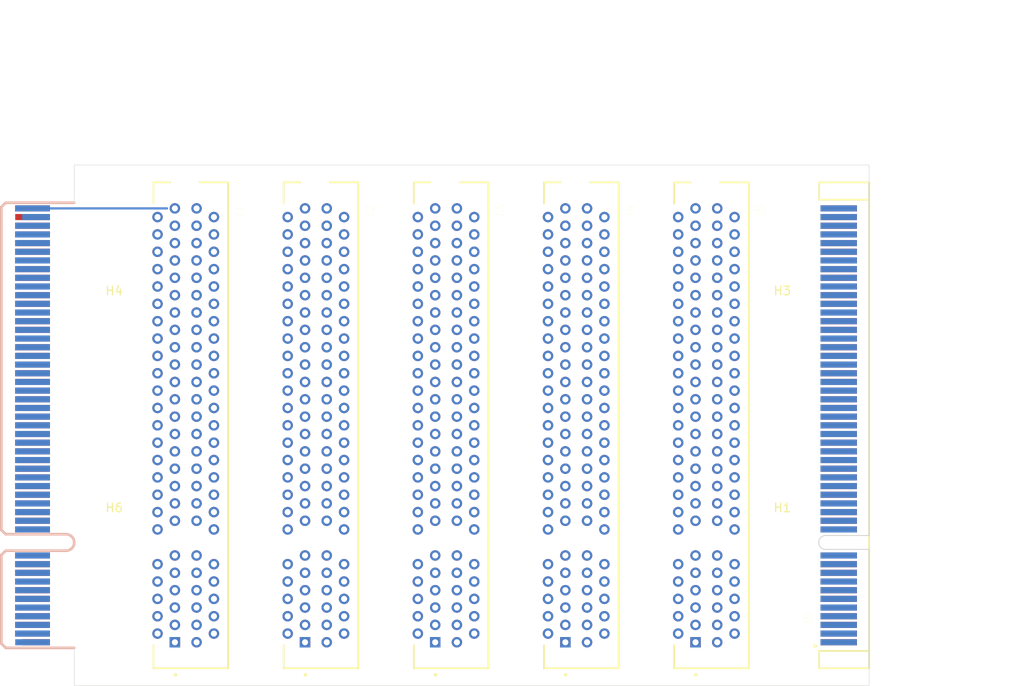
<source format=kicad_pcb>
(kicad_pcb (version 20171130) (host pcbnew "(5.1.9-16-g1737927814)-1")

  (general
    (thickness 1.6)
    (drawings 20)
    (tracks 2)
    (zones 0)
    (modules 11)
    (nets 295)
  )

  (page A4)
  (title_block
    (title "Baseplate 5x")
    (date 2021-06-20)
    (rev 1)
    (company "Gyurmas Electronics")
  )

  (layers
    (0 F.Cu signal)
    (31 B.Cu signal)
    (32 B.Adhes user)
    (33 F.Adhes user)
    (34 B.Paste user)
    (35 F.Paste user)
    (36 B.SilkS user)
    (37 F.SilkS user)
    (38 B.Mask user)
    (39 F.Mask user)
    (40 Dwgs.User user)
    (41 Cmts.User user)
    (42 Eco1.User user)
    (43 Eco2.User user)
    (44 Edge.Cuts user)
    (45 Margin user)
    (46 B.CrtYd user)
    (47 F.CrtYd user)
    (48 B.Fab user)
    (49 F.Fab user)
  )

  (setup
    (last_trace_width 0.25)
    (user_trace_width 0.2)
    (user_trace_width 0.25)
    (user_trace_width 0.5)
    (user_trace_width 0.75)
    (user_trace_width 1)
    (user_trace_width 1.5)
    (user_trace_width 2)
    (trace_clearance 0.2)
    (zone_clearance 0.508)
    (zone_45_only no)
    (trace_min 0.2)
    (via_size 0.8)
    (via_drill 0.4)
    (via_min_size 0.4)
    (via_min_drill 0.3)
    (user_via 0.8 0.3)
    (user_via 1 0.5)
    (uvia_size 0.3)
    (uvia_drill 0.1)
    (uvias_allowed no)
    (uvia_min_size 0.2)
    (uvia_min_drill 0.1)
    (edge_width 0.05)
    (segment_width 0.2)
    (pcb_text_width 0.3)
    (pcb_text_size 1.5 1.5)
    (mod_edge_width 0.12)
    (mod_text_size 1 1)
    (mod_text_width 0.15)
    (pad_size 1.524 1.524)
    (pad_drill 0.762)
    (pad_to_mask_clearance 0)
    (aux_axis_origin 0 0)
    (visible_elements 7FFFFFFF)
    (pcbplotparams
      (layerselection 0x010fc_ffffffff)
      (usegerberextensions false)
      (usegerberattributes true)
      (usegerberadvancedattributes true)
      (creategerberjobfile true)
      (excludeedgelayer true)
      (linewidth 0.100000)
      (plotframeref false)
      (viasonmask false)
      (mode 1)
      (useauxorigin false)
      (hpglpennumber 1)
      (hpglpenspeed 20)
      (hpglpendiameter 15.000000)
      (psnegative false)
      (psa4output false)
      (plotreference true)
      (plotvalue true)
      (plotinvisibletext false)
      (padsonsilk false)
      (subtractmaskfromsilk false)
      (outputformat 1)
      (mirror false)
      (drillshape 1)
      (scaleselection 1)
      (outputdirectory ""))
  )

  (net 0 "")
  (net 1 "Net-(J1-PadB1)")
  (net 2 "Net-(J1-PadB2)")
  (net 3 "Net-(J1-PadB3)")
  (net 4 "Net-(J1-PadB4)")
  (net 5 "Net-(J1-PadB5)")
  (net 6 "Net-(J1-PadB6)")
  (net 7 "Net-(J1-PadB7)")
  (net 8 "Net-(J1-PadB8)")
  (net 9 "Net-(J1-PadB9)")
  (net 10 "Net-(J1-PadB10)")
  (net 11 "Net-(J1-PadB11)")
  (net 12 "Net-(J1-PadB12)")
  (net 13 "Net-(J1-PadB13)")
  (net 14 "Net-(J1-PadB14)")
  (net 15 "Net-(J1-PadB15)")
  (net 16 "Net-(J1-PadB16)")
  (net 17 "Net-(J1-PadB17)")
  (net 18 "Net-(J1-PadB18)")
  (net 19 "Net-(J1-PadB19)")
  (net 20 "Net-(J1-PadB20)")
  (net 21 "Net-(J1-PadB21)")
  (net 22 "Net-(J1-PadB22)")
  (net 23 "Net-(J1-PadB23)")
  (net 24 "Net-(J1-PadB24)")
  (net 25 "Net-(J1-PadB25)")
  (net 26 "Net-(J1-PadB26)")
  (net 27 "Net-(J1-PadB27)")
  (net 28 "Net-(J1-PadB28)")
  (net 29 "Net-(J1-PadB29)")
  (net 30 "Net-(J1-PadB30)")
  (net 31 "Net-(J1-PadB31)")
  (net 32 "Net-(J1-PadB32)")
  (net 33 "Net-(J1-PadB33)")
  (net 34 "Net-(J1-PadB34)")
  (net 35 "Net-(J1-PadB35)")
  (net 36 "Net-(J1-PadB36)")
  (net 37 "Net-(J1-PadB37)")
  (net 38 "Net-(J1-PadB38)")
  (net 39 "Net-(J1-PadB39)")
  (net 40 "Net-(J1-PadB40)")
  (net 41 "Net-(J1-PadB41)")
  (net 42 "Net-(J1-PadB42)")
  (net 43 "Net-(J1-PadB43)")
  (net 44 "Net-(J1-PadB44)")
  (net 45 "Net-(J1-PadB45)")
  (net 46 "Net-(J1-PadB46)")
  (net 47 "Net-(J1-PadB47)")
  (net 48 "Net-(J1-PadB48)")
  (net 49 "Net-(J1-PadB49)")
  (net 50 "Net-(J2-PadB49)")
  (net 51 "Net-(J2-PadB48)")
  (net 52 "Net-(J2-PadB47)")
  (net 53 "Net-(J2-PadB46)")
  (net 54 "Net-(J2-PadB45)")
  (net 55 "Net-(J2-PadB44)")
  (net 56 "Net-(J2-PadB43)")
  (net 57 "Net-(J2-PadB42)")
  (net 58 "Net-(J2-PadB41)")
  (net 59 "Net-(J2-PadB40)")
  (net 60 "Net-(J2-PadB39)")
  (net 61 "Net-(J2-PadB38)")
  (net 62 "Net-(J2-PadB37)")
  (net 63 "Net-(J2-PadB36)")
  (net 64 "Net-(J2-PadB35)")
  (net 65 "Net-(J2-PadB34)")
  (net 66 "Net-(J2-PadB33)")
  (net 67 "Net-(J2-PadB32)")
  (net 68 "Net-(J2-PadB31)")
  (net 69 "Net-(J2-PadB30)")
  (net 70 "Net-(J2-PadB29)")
  (net 71 "Net-(J2-PadB28)")
  (net 72 "Net-(J2-PadB27)")
  (net 73 "Net-(J2-PadB26)")
  (net 74 "Net-(J2-PadB25)")
  (net 75 "Net-(J2-PadB24)")
  (net 76 "Net-(J2-PadB23)")
  (net 77 "Net-(J2-PadB22)")
  (net 78 "Net-(J2-PadB21)")
  (net 79 "Net-(J2-PadB20)")
  (net 80 "Net-(J2-PadB19)")
  (net 81 "Net-(J2-PadB18)")
  (net 82 "Net-(J2-PadB17)")
  (net 83 "Net-(J2-PadB16)")
  (net 84 "Net-(J2-PadB15)")
  (net 85 "Net-(J2-PadB14)")
  (net 86 "Net-(J2-PadB13)")
  (net 87 "Net-(J2-PadB12)")
  (net 88 "Net-(J2-PadB11)")
  (net 89 "Net-(J2-PadB10)")
  (net 90 "Net-(J2-PadB9)")
  (net 91 "Net-(J2-PadB8)")
  (net 92 "Net-(J2-PadB7)")
  (net 93 "Net-(J2-PadB6)")
  (net 94 "Net-(J2-PadB5)")
  (net 95 "Net-(J2-PadB4)")
  (net 96 "Net-(J2-PadB3)")
  (net 97 "Net-(J2-PadB2)")
  (net 98 "Net-(J2-PadB1)")
  (net 99 "Net-(J3-PadB1)")
  (net 100 "Net-(J3-PadB2)")
  (net 101 "Net-(J3-PadB3)")
  (net 102 "Net-(J3-PadB4)")
  (net 103 "Net-(J3-PadB5)")
  (net 104 "Net-(J3-PadB6)")
  (net 105 "Net-(J3-PadB7)")
  (net 106 "Net-(J3-PadB8)")
  (net 107 "Net-(J3-PadB9)")
  (net 108 "Net-(J3-PadB10)")
  (net 109 "Net-(J3-PadB11)")
  (net 110 "Net-(J3-PadB12)")
  (net 111 "Net-(J3-PadB13)")
  (net 112 "Net-(J3-PadB14)")
  (net 113 "Net-(J3-PadB15)")
  (net 114 "Net-(J3-PadB16)")
  (net 115 "Net-(J3-PadB17)")
  (net 116 "Net-(J3-PadB18)")
  (net 117 "Net-(J3-PadB19)")
  (net 118 "Net-(J3-PadB20)")
  (net 119 "Net-(J3-PadB21)")
  (net 120 "Net-(J3-PadB22)")
  (net 121 "Net-(J3-PadB23)")
  (net 122 "Net-(J3-PadB24)")
  (net 123 "Net-(J3-PadB25)")
  (net 124 "Net-(J3-PadB26)")
  (net 125 "Net-(J3-PadB27)")
  (net 126 "Net-(J3-PadB28)")
  (net 127 "Net-(J3-PadB29)")
  (net 128 "Net-(J3-PadB30)")
  (net 129 "Net-(J3-PadB31)")
  (net 130 "Net-(J3-PadB32)")
  (net 131 "Net-(J3-PadB33)")
  (net 132 "Net-(J3-PadB34)")
  (net 133 "Net-(J3-PadB35)")
  (net 134 "Net-(J3-PadB36)")
  (net 135 "Net-(J3-PadB37)")
  (net 136 "Net-(J3-PadB38)")
  (net 137 "Net-(J3-PadB39)")
  (net 138 "Net-(J3-PadB40)")
  (net 139 "Net-(J3-PadB41)")
  (net 140 "Net-(J3-PadB42)")
  (net 141 "Net-(J3-PadB43)")
  (net 142 "Net-(J3-PadB44)")
  (net 143 "Net-(J3-PadB45)")
  (net 144 "Net-(J3-PadB46)")
  (net 145 "Net-(J3-PadB47)")
  (net 146 "Net-(J3-PadB48)")
  (net 147 "Net-(J3-PadB49)")
  (net 148 "Net-(J4-PadB49)")
  (net 149 "Net-(J4-PadB48)")
  (net 150 "Net-(J4-PadB47)")
  (net 151 "Net-(J4-PadB46)")
  (net 152 "Net-(J4-PadB45)")
  (net 153 "Net-(J4-PadB44)")
  (net 154 "Net-(J4-PadB43)")
  (net 155 "Net-(J4-PadB42)")
  (net 156 "Net-(J4-PadB41)")
  (net 157 "Net-(J4-PadB40)")
  (net 158 "Net-(J4-PadB39)")
  (net 159 "Net-(J4-PadB38)")
  (net 160 "Net-(J4-PadB37)")
  (net 161 "Net-(J4-PadB36)")
  (net 162 "Net-(J4-PadB35)")
  (net 163 "Net-(J4-PadB34)")
  (net 164 "Net-(J4-PadB33)")
  (net 165 "Net-(J4-PadB32)")
  (net 166 "Net-(J4-PadB31)")
  (net 167 "Net-(J4-PadB30)")
  (net 168 "Net-(J4-PadB29)")
  (net 169 "Net-(J4-PadB28)")
  (net 170 "Net-(J4-PadB27)")
  (net 171 "Net-(J4-PadB26)")
  (net 172 "Net-(J4-PadB25)")
  (net 173 "Net-(J4-PadB24)")
  (net 174 "Net-(J4-PadB23)")
  (net 175 "Net-(J4-PadB22)")
  (net 176 "Net-(J4-PadB21)")
  (net 177 "Net-(J4-PadB20)")
  (net 178 "Net-(J4-PadB19)")
  (net 179 "Net-(J4-PadB18)")
  (net 180 "Net-(J4-PadB17)")
  (net 181 "Net-(J4-PadB16)")
  (net 182 "Net-(J4-PadB15)")
  (net 183 "Net-(J4-PadB14)")
  (net 184 "Net-(J4-PadB13)")
  (net 185 "Net-(J4-PadB12)")
  (net 186 "Net-(J4-PadB11)")
  (net 187 "Net-(J4-PadB10)")
  (net 188 "Net-(J4-PadB9)")
  (net 189 "Net-(J4-PadB8)")
  (net 190 "Net-(J4-PadB7)")
  (net 191 "Net-(J4-PadB6)")
  (net 192 "Net-(J4-PadB5)")
  (net 193 "Net-(J4-PadB4)")
  (net 194 "Net-(J4-PadB3)")
  (net 195 "Net-(J4-PadB2)")
  (net 196 "Net-(J4-PadB1)")
  (net 197 "Net-(J5-PadB1)")
  (net 198 "Net-(J5-PadB2)")
  (net 199 "Net-(J5-PadB3)")
  (net 200 "Net-(J5-PadB4)")
  (net 201 "Net-(J5-PadB5)")
  (net 202 "Net-(J5-PadB6)")
  (net 203 "Net-(J5-PadB7)")
  (net 204 "Net-(J5-PadB8)")
  (net 205 "Net-(J5-PadB9)")
  (net 206 "Net-(J5-PadB10)")
  (net 207 "Net-(J5-PadB11)")
  (net 208 "Net-(J5-PadB12)")
  (net 209 "Net-(J5-PadB13)")
  (net 210 "Net-(J5-PadB14)")
  (net 211 "Net-(J5-PadB15)")
  (net 212 "Net-(J5-PadB16)")
  (net 213 "Net-(J5-PadB17)")
  (net 214 "Net-(J5-PadB18)")
  (net 215 "Net-(J5-PadB19)")
  (net 216 "Net-(J5-PadB20)")
  (net 217 "Net-(J5-PadB21)")
  (net 218 "Net-(J5-PadB22)")
  (net 219 "Net-(J5-PadB23)")
  (net 220 "Net-(J5-PadB24)")
  (net 221 "Net-(J5-PadB25)")
  (net 222 "Net-(J5-PadB26)")
  (net 223 "Net-(J5-PadB27)")
  (net 224 "Net-(J5-PadB28)")
  (net 225 "Net-(J5-PadB29)")
  (net 226 "Net-(J5-PadB30)")
  (net 227 "Net-(J5-PadB31)")
  (net 228 "Net-(J5-PadB32)")
  (net 229 "Net-(J5-PadB33)")
  (net 230 "Net-(J5-PadB34)")
  (net 231 "Net-(J5-PadB35)")
  (net 232 "Net-(J5-PadB36)")
  (net 233 "Net-(J5-PadB37)")
  (net 234 "Net-(J5-PadB38)")
  (net 235 "Net-(J5-PadB39)")
  (net 236 "Net-(J5-PadB40)")
  (net 237 "Net-(J5-PadB41)")
  (net 238 "Net-(J5-PadB42)")
  (net 239 "Net-(J5-PadB43)")
  (net 240 "Net-(J5-PadB44)")
  (net 241 "Net-(J5-PadB45)")
  (net 242 "Net-(J5-PadB46)")
  (net 243 "Net-(J5-PadB47)")
  (net 244 "Net-(J5-PadB48)")
  (net 245 "Net-(J5-PadB49)")
  (net 246 "Net-(J1-PadA10)")
  (net 247 "Net-(J1-PadA11)")
  (net 248 "Net-(J1-PadA12)")
  (net 249 "Net-(J1-PadA13)")
  (net 250 "Net-(J1-PadA14)")
  (net 251 "Net-(J1-PadA15)")
  (net 252 "Net-(J1-PadA16)")
  (net 253 "Net-(J1-PadA17)")
  (net 254 "Net-(J1-PadA18)")
  (net 255 "Net-(J1-PadA19)")
  (net 256 "Net-(J1-PadA20)")
  (net 257 "Net-(J1-PadA21)")
  (net 258 "Net-(J1-PadA22)")
  (net 259 "Net-(J1-PadA23)")
  (net 260 "Net-(J1-PadA24)")
  (net 261 "Net-(J1-PadA25)")
  (net 262 "Net-(J1-PadA26)")
  (net 263 "Net-(J1-PadA27)")
  (net 264 "Net-(J1-PadA28)")
  (net 265 "Net-(J1-PadA29)")
  (net 266 "Net-(J1-PadA30)")
  (net 267 "Net-(J1-PadA31)")
  (net 268 "Net-(J1-PadA32)")
  (net 269 "Net-(J1-PadA33)")
  (net 270 "Net-(J1-PadA34)")
  (net 271 "Net-(J1-PadA35)")
  (net 272 "Net-(J1-PadA36)")
  (net 273 "Net-(J1-PadA37)")
  (net 274 "Net-(J1-PadA38)")
  (net 275 "Net-(J1-PadA39)")
  (net 276 "Net-(J1-PadA40)")
  (net 277 "Net-(J1-PadA41)")
  (net 278 "Net-(J1-PadA42)")
  (net 279 "Net-(J1-PadA43)")
  (net 280 "Net-(J1-PadA44)")
  (net 281 "Net-(J1-PadA45)")
  (net 282 "Net-(J1-PadA46)")
  (net 283 "Net-(J1-PadA47)")
  (net 284 "Net-(J1-PadA48)")
  (net 285 "Net-(J1-PadA49)")
  (net 286 "Net-(J1-PadA1)")
  (net 287 "Net-(J1-PadA2)")
  (net 288 "Net-(J1-PadA3)")
  (net 289 "Net-(J1-PadA4)")
  (net 290 "Net-(J1-PadA5)")
  (net 291 "Net-(J1-PadA6)")
  (net 292 "Net-(J1-PadA7)")
  (net 293 "Net-(J1-PadA8)")
  (net 294 "Net-(J1-PadA9)")

  (net_class Default "This is the default net class."
    (clearance 0.2)
    (trace_width 0.25)
    (via_dia 0.8)
    (via_drill 0.4)
    (uvia_dia 0.3)
    (uvia_drill 0.1)
    (add_net "Net-(J1-PadA1)")
    (add_net "Net-(J1-PadA10)")
    (add_net "Net-(J1-PadA11)")
    (add_net "Net-(J1-PadA12)")
    (add_net "Net-(J1-PadA13)")
    (add_net "Net-(J1-PadA14)")
    (add_net "Net-(J1-PadA15)")
    (add_net "Net-(J1-PadA16)")
    (add_net "Net-(J1-PadA17)")
    (add_net "Net-(J1-PadA18)")
    (add_net "Net-(J1-PadA19)")
    (add_net "Net-(J1-PadA2)")
    (add_net "Net-(J1-PadA20)")
    (add_net "Net-(J1-PadA21)")
    (add_net "Net-(J1-PadA22)")
    (add_net "Net-(J1-PadA23)")
    (add_net "Net-(J1-PadA24)")
    (add_net "Net-(J1-PadA25)")
    (add_net "Net-(J1-PadA26)")
    (add_net "Net-(J1-PadA27)")
    (add_net "Net-(J1-PadA28)")
    (add_net "Net-(J1-PadA29)")
    (add_net "Net-(J1-PadA3)")
    (add_net "Net-(J1-PadA30)")
    (add_net "Net-(J1-PadA31)")
    (add_net "Net-(J1-PadA32)")
    (add_net "Net-(J1-PadA33)")
    (add_net "Net-(J1-PadA34)")
    (add_net "Net-(J1-PadA35)")
    (add_net "Net-(J1-PadA36)")
    (add_net "Net-(J1-PadA37)")
    (add_net "Net-(J1-PadA38)")
    (add_net "Net-(J1-PadA39)")
    (add_net "Net-(J1-PadA4)")
    (add_net "Net-(J1-PadA40)")
    (add_net "Net-(J1-PadA41)")
    (add_net "Net-(J1-PadA42)")
    (add_net "Net-(J1-PadA43)")
    (add_net "Net-(J1-PadA44)")
    (add_net "Net-(J1-PadA45)")
    (add_net "Net-(J1-PadA46)")
    (add_net "Net-(J1-PadA47)")
    (add_net "Net-(J1-PadA48)")
    (add_net "Net-(J1-PadA49)")
    (add_net "Net-(J1-PadA5)")
    (add_net "Net-(J1-PadA6)")
    (add_net "Net-(J1-PadA7)")
    (add_net "Net-(J1-PadA8)")
    (add_net "Net-(J1-PadA9)")
    (add_net "Net-(J1-PadB1)")
    (add_net "Net-(J1-PadB10)")
    (add_net "Net-(J1-PadB11)")
    (add_net "Net-(J1-PadB12)")
    (add_net "Net-(J1-PadB13)")
    (add_net "Net-(J1-PadB14)")
    (add_net "Net-(J1-PadB15)")
    (add_net "Net-(J1-PadB16)")
    (add_net "Net-(J1-PadB17)")
    (add_net "Net-(J1-PadB18)")
    (add_net "Net-(J1-PadB19)")
    (add_net "Net-(J1-PadB2)")
    (add_net "Net-(J1-PadB20)")
    (add_net "Net-(J1-PadB21)")
    (add_net "Net-(J1-PadB22)")
    (add_net "Net-(J1-PadB23)")
    (add_net "Net-(J1-PadB24)")
    (add_net "Net-(J1-PadB25)")
    (add_net "Net-(J1-PadB26)")
    (add_net "Net-(J1-PadB27)")
    (add_net "Net-(J1-PadB28)")
    (add_net "Net-(J1-PadB29)")
    (add_net "Net-(J1-PadB3)")
    (add_net "Net-(J1-PadB30)")
    (add_net "Net-(J1-PadB31)")
    (add_net "Net-(J1-PadB32)")
    (add_net "Net-(J1-PadB33)")
    (add_net "Net-(J1-PadB34)")
    (add_net "Net-(J1-PadB35)")
    (add_net "Net-(J1-PadB36)")
    (add_net "Net-(J1-PadB37)")
    (add_net "Net-(J1-PadB38)")
    (add_net "Net-(J1-PadB39)")
    (add_net "Net-(J1-PadB4)")
    (add_net "Net-(J1-PadB40)")
    (add_net "Net-(J1-PadB41)")
    (add_net "Net-(J1-PadB42)")
    (add_net "Net-(J1-PadB43)")
    (add_net "Net-(J1-PadB44)")
    (add_net "Net-(J1-PadB45)")
    (add_net "Net-(J1-PadB46)")
    (add_net "Net-(J1-PadB47)")
    (add_net "Net-(J1-PadB48)")
    (add_net "Net-(J1-PadB49)")
    (add_net "Net-(J1-PadB5)")
    (add_net "Net-(J1-PadB6)")
    (add_net "Net-(J1-PadB7)")
    (add_net "Net-(J1-PadB8)")
    (add_net "Net-(J1-PadB9)")
    (add_net "Net-(J2-PadB1)")
    (add_net "Net-(J2-PadB10)")
    (add_net "Net-(J2-PadB11)")
    (add_net "Net-(J2-PadB12)")
    (add_net "Net-(J2-PadB13)")
    (add_net "Net-(J2-PadB14)")
    (add_net "Net-(J2-PadB15)")
    (add_net "Net-(J2-PadB16)")
    (add_net "Net-(J2-PadB17)")
    (add_net "Net-(J2-PadB18)")
    (add_net "Net-(J2-PadB19)")
    (add_net "Net-(J2-PadB2)")
    (add_net "Net-(J2-PadB20)")
    (add_net "Net-(J2-PadB21)")
    (add_net "Net-(J2-PadB22)")
    (add_net "Net-(J2-PadB23)")
    (add_net "Net-(J2-PadB24)")
    (add_net "Net-(J2-PadB25)")
    (add_net "Net-(J2-PadB26)")
    (add_net "Net-(J2-PadB27)")
    (add_net "Net-(J2-PadB28)")
    (add_net "Net-(J2-PadB29)")
    (add_net "Net-(J2-PadB3)")
    (add_net "Net-(J2-PadB30)")
    (add_net "Net-(J2-PadB31)")
    (add_net "Net-(J2-PadB32)")
    (add_net "Net-(J2-PadB33)")
    (add_net "Net-(J2-PadB34)")
    (add_net "Net-(J2-PadB35)")
    (add_net "Net-(J2-PadB36)")
    (add_net "Net-(J2-PadB37)")
    (add_net "Net-(J2-PadB38)")
    (add_net "Net-(J2-PadB39)")
    (add_net "Net-(J2-PadB4)")
    (add_net "Net-(J2-PadB40)")
    (add_net "Net-(J2-PadB41)")
    (add_net "Net-(J2-PadB42)")
    (add_net "Net-(J2-PadB43)")
    (add_net "Net-(J2-PadB44)")
    (add_net "Net-(J2-PadB45)")
    (add_net "Net-(J2-PadB46)")
    (add_net "Net-(J2-PadB47)")
    (add_net "Net-(J2-PadB48)")
    (add_net "Net-(J2-PadB49)")
    (add_net "Net-(J2-PadB5)")
    (add_net "Net-(J2-PadB6)")
    (add_net "Net-(J2-PadB7)")
    (add_net "Net-(J2-PadB8)")
    (add_net "Net-(J2-PadB9)")
    (add_net "Net-(J3-PadB1)")
    (add_net "Net-(J3-PadB10)")
    (add_net "Net-(J3-PadB11)")
    (add_net "Net-(J3-PadB12)")
    (add_net "Net-(J3-PadB13)")
    (add_net "Net-(J3-PadB14)")
    (add_net "Net-(J3-PadB15)")
    (add_net "Net-(J3-PadB16)")
    (add_net "Net-(J3-PadB17)")
    (add_net "Net-(J3-PadB18)")
    (add_net "Net-(J3-PadB19)")
    (add_net "Net-(J3-PadB2)")
    (add_net "Net-(J3-PadB20)")
    (add_net "Net-(J3-PadB21)")
    (add_net "Net-(J3-PadB22)")
    (add_net "Net-(J3-PadB23)")
    (add_net "Net-(J3-PadB24)")
    (add_net "Net-(J3-PadB25)")
    (add_net "Net-(J3-PadB26)")
    (add_net "Net-(J3-PadB27)")
    (add_net "Net-(J3-PadB28)")
    (add_net "Net-(J3-PadB29)")
    (add_net "Net-(J3-PadB3)")
    (add_net "Net-(J3-PadB30)")
    (add_net "Net-(J3-PadB31)")
    (add_net "Net-(J3-PadB32)")
    (add_net "Net-(J3-PadB33)")
    (add_net "Net-(J3-PadB34)")
    (add_net "Net-(J3-PadB35)")
    (add_net "Net-(J3-PadB36)")
    (add_net "Net-(J3-PadB37)")
    (add_net "Net-(J3-PadB38)")
    (add_net "Net-(J3-PadB39)")
    (add_net "Net-(J3-PadB4)")
    (add_net "Net-(J3-PadB40)")
    (add_net "Net-(J3-PadB41)")
    (add_net "Net-(J3-PadB42)")
    (add_net "Net-(J3-PadB43)")
    (add_net "Net-(J3-PadB44)")
    (add_net "Net-(J3-PadB45)")
    (add_net "Net-(J3-PadB46)")
    (add_net "Net-(J3-PadB47)")
    (add_net "Net-(J3-PadB48)")
    (add_net "Net-(J3-PadB49)")
    (add_net "Net-(J3-PadB5)")
    (add_net "Net-(J3-PadB6)")
    (add_net "Net-(J3-PadB7)")
    (add_net "Net-(J3-PadB8)")
    (add_net "Net-(J3-PadB9)")
    (add_net "Net-(J4-PadB1)")
    (add_net "Net-(J4-PadB10)")
    (add_net "Net-(J4-PadB11)")
    (add_net "Net-(J4-PadB12)")
    (add_net "Net-(J4-PadB13)")
    (add_net "Net-(J4-PadB14)")
    (add_net "Net-(J4-PadB15)")
    (add_net "Net-(J4-PadB16)")
    (add_net "Net-(J4-PadB17)")
    (add_net "Net-(J4-PadB18)")
    (add_net "Net-(J4-PadB19)")
    (add_net "Net-(J4-PadB2)")
    (add_net "Net-(J4-PadB20)")
    (add_net "Net-(J4-PadB21)")
    (add_net "Net-(J4-PadB22)")
    (add_net "Net-(J4-PadB23)")
    (add_net "Net-(J4-PadB24)")
    (add_net "Net-(J4-PadB25)")
    (add_net "Net-(J4-PadB26)")
    (add_net "Net-(J4-PadB27)")
    (add_net "Net-(J4-PadB28)")
    (add_net "Net-(J4-PadB29)")
    (add_net "Net-(J4-PadB3)")
    (add_net "Net-(J4-PadB30)")
    (add_net "Net-(J4-PadB31)")
    (add_net "Net-(J4-PadB32)")
    (add_net "Net-(J4-PadB33)")
    (add_net "Net-(J4-PadB34)")
    (add_net "Net-(J4-PadB35)")
    (add_net "Net-(J4-PadB36)")
    (add_net "Net-(J4-PadB37)")
    (add_net "Net-(J4-PadB38)")
    (add_net "Net-(J4-PadB39)")
    (add_net "Net-(J4-PadB4)")
    (add_net "Net-(J4-PadB40)")
    (add_net "Net-(J4-PadB41)")
    (add_net "Net-(J4-PadB42)")
    (add_net "Net-(J4-PadB43)")
    (add_net "Net-(J4-PadB44)")
    (add_net "Net-(J4-PadB45)")
    (add_net "Net-(J4-PadB46)")
    (add_net "Net-(J4-PadB47)")
    (add_net "Net-(J4-PadB48)")
    (add_net "Net-(J4-PadB49)")
    (add_net "Net-(J4-PadB5)")
    (add_net "Net-(J4-PadB6)")
    (add_net "Net-(J4-PadB7)")
    (add_net "Net-(J4-PadB8)")
    (add_net "Net-(J4-PadB9)")
    (add_net "Net-(J5-PadB1)")
    (add_net "Net-(J5-PadB10)")
    (add_net "Net-(J5-PadB11)")
    (add_net "Net-(J5-PadB12)")
    (add_net "Net-(J5-PadB13)")
    (add_net "Net-(J5-PadB14)")
    (add_net "Net-(J5-PadB15)")
    (add_net "Net-(J5-PadB16)")
    (add_net "Net-(J5-PadB17)")
    (add_net "Net-(J5-PadB18)")
    (add_net "Net-(J5-PadB19)")
    (add_net "Net-(J5-PadB2)")
    (add_net "Net-(J5-PadB20)")
    (add_net "Net-(J5-PadB21)")
    (add_net "Net-(J5-PadB22)")
    (add_net "Net-(J5-PadB23)")
    (add_net "Net-(J5-PadB24)")
    (add_net "Net-(J5-PadB25)")
    (add_net "Net-(J5-PadB26)")
    (add_net "Net-(J5-PadB27)")
    (add_net "Net-(J5-PadB28)")
    (add_net "Net-(J5-PadB29)")
    (add_net "Net-(J5-PadB3)")
    (add_net "Net-(J5-PadB30)")
    (add_net "Net-(J5-PadB31)")
    (add_net "Net-(J5-PadB32)")
    (add_net "Net-(J5-PadB33)")
    (add_net "Net-(J5-PadB34)")
    (add_net "Net-(J5-PadB35)")
    (add_net "Net-(J5-PadB36)")
    (add_net "Net-(J5-PadB37)")
    (add_net "Net-(J5-PadB38)")
    (add_net "Net-(J5-PadB39)")
    (add_net "Net-(J5-PadB4)")
    (add_net "Net-(J5-PadB40)")
    (add_net "Net-(J5-PadB41)")
    (add_net "Net-(J5-PadB42)")
    (add_net "Net-(J5-PadB43)")
    (add_net "Net-(J5-PadB44)")
    (add_net "Net-(J5-PadB45)")
    (add_net "Net-(J5-PadB46)")
    (add_net "Net-(J5-PadB47)")
    (add_net "Net-(J5-PadB48)")
    (add_net "Net-(J5-PadB49)")
    (add_net "Net-(J5-PadB5)")
    (add_net "Net-(J5-PadB6)")
    (add_net "Net-(J5-PadB7)")
    (add_net "Net-(J5-PadB8)")
    (add_net "Net-(J5-PadB9)")
  )

  (module Samtec:SAMTEC_PCIE-098-02-X-D-EMS2-BG (layer F.Cu) (tedit 60CF7D91) (tstamp 60CFCC15)
    (at 145 105 90)
    (descr "PCI EXPRESS EDGE MOUNT ASSEMBLY,36PINS.")
    (path /60D3CCEA)
    (fp_text reference J6 (at -22.3265 -7.13596 90) (layer F.SilkS)
      (effects (font (size 1 1) (thickness 0.015)))
    )
    (fp_text value PCIE-098-02-X-D-EMS2-BG (at 37.3546 -7.04364 90) (layer F.Fab)
      (effects (font (size 1 1) (thickness 0.015)))
    )
    (fp_line (start -28.25 0) (end -28.25 -6) (layer F.CrtYd) (width 0.05))
    (fp_line (start 28.25 0) (end -28.25 0) (layer F.CrtYd) (width 0.05))
    (fp_line (start 28.25 -6) (end 28.25 0) (layer F.CrtYd) (width 0.05))
    (fp_line (start -28.25 -6) (end 28.25 -6) (layer F.CrtYd) (width 0.05))
    (fp_line (start 28 -5.75) (end 28 0) (layer F.SilkS) (width 0.2))
    (fp_line (start 26 -5.75) (end 28 -5.75) (layer F.SilkS) (width 0.2))
    (fp_line (start 26 0) (end 26 -5.75) (layer F.SilkS) (width 0.2))
    (fp_line (start -26 -5.75) (end -26 0) (layer F.SilkS) (width 0.2))
    (fp_line (start -28 -5.75) (end -26 -5.75) (layer F.SilkS) (width 0.2))
    (fp_line (start -28 0) (end -28 -5.75) (layer F.SilkS) (width 0.2))
    (fp_line (start -12.7 0) (end 28.01 0) (layer Edge.Cuts) (width 0.1))
    (fp_line (start -14.3 0) (end -28 0) (layer Edge.Cuts) (width 0.1))
    (fp_line (start -12.7 -5) (end -12.7 0) (layer Edge.Cuts) (width 0.1))
    (fp_line (start -14.3 0) (end -14.3 -5) (layer Edge.Cuts) (width 0.1))
    (fp_line (start 28 -5.75) (end 28 0) (layer F.Fab) (width 0.1))
    (fp_line (start 26 -5.75) (end 28 -5.75) (layer F.Fab) (width 0.1))
    (fp_line (start 26 0) (end 26 -5.75) (layer F.Fab) (width 0.1))
    (fp_line (start -26 -5.75) (end -26 0) (layer F.Fab) (width 0.1))
    (fp_line (start -28 -5.75) (end -26 -5.75) (layer F.Fab) (width 0.1))
    (fp_line (start -28 0) (end -28 -5.75) (layer F.Fab) (width 0.1))
    (fp_circle (center -25.43 -6.21) (end -25.33 -6.21) (layer F.Fab) (width 0.2))
    (fp_circle (center -25.43 -6.21) (end -25.33 -6.21) (layer F.SilkS) (width 0.2))
    (fp_line (start 28 0) (end -28 0) (layer F.SilkS) (width 0.2))
    (fp_line (start -29.5 0) (end -28 0) (layer F.Fab) (width 0.1))
    (fp_line (start -26 0) (end -28 0) (layer F.Fab) (width 0.1))
    (fp_line (start 28 0) (end 26 0) (layer F.Fab) (width 0.1))
    (fp_line (start -28 0) (end -28 11.05) (layer F.Fab) (width 0.1))
    (fp_line (start 28 0) (end -28 0) (layer F.CrtYd) (width 0.05))
    (fp_line (start -26 0) (end 26 0) (layer F.Fab) (width 0.1))
    (fp_line (start -26 0) (end 29.5 0) (layer F.Fab) (width 0.1))
    (fp_line (start 28 11.05) (end 28 0) (layer F.Fab) (width 0.1))
    (fp_line (start -28 11.05) (end 28 11.05) (layer F.Fab) (width 0.1))
    (fp_arc (start -13.5 -5) (end -12.7 -5) (angle -90) (layer Edge.Cuts) (width 0.1))
    (fp_arc (start -13.5 -5) (end -13.5 -5.8) (angle -90) (layer Edge.Cuts) (width 0.1))
    (pad B49 smd rect (at 25 -3.5 90) (size 0.7 4.2) (layers B.Cu B.Paste B.Mask)
      (net 245 "Net-(J5-PadB49)"))
    (pad A49 smd rect (at 25 -3.5 90) (size 0.7 4.2) (layers F.Cu F.Paste F.Mask)
      (net 245 "Net-(J5-PadB49)"))
    (pad B48 smd rect (at 24 -3.5 90) (size 0.7 4.2) (layers B.Cu B.Paste B.Mask)
      (net 244 "Net-(J5-PadB48)"))
    (pad A48 smd rect (at 24 -3.5 90) (size 0.7 4.2) (layers F.Cu F.Paste F.Mask)
      (net 244 "Net-(J5-PadB48)"))
    (pad B47 smd rect (at 23 -3.5 90) (size 0.7 4.2) (layers B.Cu B.Paste B.Mask)
      (net 243 "Net-(J5-PadB47)"))
    (pad A47 smd rect (at 23 -3.5 90) (size 0.7 4.2) (layers F.Cu F.Paste F.Mask)
      (net 243 "Net-(J5-PadB47)"))
    (pad B46 smd rect (at 22 -3.5 90) (size 0.7 4.2) (layers B.Cu B.Paste B.Mask)
      (net 242 "Net-(J5-PadB46)"))
    (pad A46 smd rect (at 22 -3.5 90) (size 0.7 4.2) (layers F.Cu F.Paste F.Mask)
      (net 242 "Net-(J5-PadB46)"))
    (pad B45 smd rect (at 21 -3.5 90) (size 0.7 4.2) (layers B.Cu B.Paste B.Mask)
      (net 241 "Net-(J5-PadB45)"))
    (pad A45 smd rect (at 21 -3.5 90) (size 0.7 4.2) (layers F.Cu F.Paste F.Mask)
      (net 241 "Net-(J5-PadB45)"))
    (pad B44 smd rect (at 20 -3.5 90) (size 0.7 4.2) (layers B.Cu B.Paste B.Mask)
      (net 240 "Net-(J5-PadB44)"))
    (pad A44 smd rect (at 20 -3.5 90) (size 0.7 4.2) (layers F.Cu F.Paste F.Mask)
      (net 240 "Net-(J5-PadB44)"))
    (pad B43 smd rect (at 19 -3.5 90) (size 0.7 4.2) (layers B.Cu B.Paste B.Mask)
      (net 239 "Net-(J5-PadB43)"))
    (pad A43 smd rect (at 19 -3.5 90) (size 0.7 4.2) (layers F.Cu F.Paste F.Mask)
      (net 239 "Net-(J5-PadB43)"))
    (pad B42 smd rect (at 18 -3.5 90) (size 0.7 4.2) (layers B.Cu B.Paste B.Mask)
      (net 238 "Net-(J5-PadB42)"))
    (pad A42 smd rect (at 18 -3.5 90) (size 0.7 4.2) (layers F.Cu F.Paste F.Mask)
      (net 238 "Net-(J5-PadB42)"))
    (pad B41 smd rect (at 17 -3.5 90) (size 0.7 4.2) (layers B.Cu B.Paste B.Mask)
      (net 237 "Net-(J5-PadB41)"))
    (pad A41 smd rect (at 17 -3.5 90) (size 0.7 4.2) (layers F.Cu F.Paste F.Mask)
      (net 237 "Net-(J5-PadB41)"))
    (pad B40 smd rect (at 16 -3.5 90) (size 0.7 4.2) (layers B.Cu B.Paste B.Mask)
      (net 236 "Net-(J5-PadB40)"))
    (pad A40 smd rect (at 16 -3.5 90) (size 0.7 4.2) (layers F.Cu F.Paste F.Mask)
      (net 236 "Net-(J5-PadB40)"))
    (pad B39 smd rect (at 15 -3.5 90) (size 0.7 4.2) (layers B.Cu B.Paste B.Mask)
      (net 235 "Net-(J5-PadB39)"))
    (pad A39 smd rect (at 15 -3.5 90) (size 0.7 4.2) (layers F.Cu F.Paste F.Mask)
      (net 235 "Net-(J5-PadB39)"))
    (pad B38 smd rect (at 14 -3.5 90) (size 0.7 4.2) (layers B.Cu B.Paste B.Mask)
      (net 234 "Net-(J5-PadB38)"))
    (pad A38 smd rect (at 14 -3.5 90) (size 0.7 4.2) (layers F.Cu F.Paste F.Mask)
      (net 234 "Net-(J5-PadB38)"))
    (pad B37 smd rect (at 13 -3.5 90) (size 0.7 4.2) (layers B.Cu B.Paste B.Mask)
      (net 233 "Net-(J5-PadB37)"))
    (pad A37 smd rect (at 13 -3.5 90) (size 0.7 4.2) (layers F.Cu F.Paste F.Mask)
      (net 233 "Net-(J5-PadB37)"))
    (pad B36 smd rect (at 12 -3.5 90) (size 0.7 4.2) (layers B.Cu B.Paste B.Mask)
      (net 232 "Net-(J5-PadB36)"))
    (pad A36 smd rect (at 12 -3.5 90) (size 0.7 4.2) (layers F.Cu F.Paste F.Mask)
      (net 232 "Net-(J5-PadB36)"))
    (pad B35 smd rect (at 11 -3.5 90) (size 0.7 4.2) (layers B.Cu B.Paste B.Mask)
      (net 231 "Net-(J5-PadB35)"))
    (pad A35 smd rect (at 11 -3.5 90) (size 0.7 4.2) (layers F.Cu F.Paste F.Mask)
      (net 231 "Net-(J5-PadB35)"))
    (pad B34 smd rect (at 10 -3.5 90) (size 0.7 4.2) (layers B.Cu B.Paste B.Mask)
      (net 230 "Net-(J5-PadB34)"))
    (pad A34 smd rect (at 10 -3.5 90) (size 0.7 4.2) (layers F.Cu F.Paste F.Mask)
      (net 230 "Net-(J5-PadB34)"))
    (pad B33 smd rect (at 9 -3.5 90) (size 0.7 4.2) (layers B.Cu B.Paste B.Mask)
      (net 229 "Net-(J5-PadB33)"))
    (pad A33 smd rect (at 9 -3.5 90) (size 0.7 4.2) (layers F.Cu F.Paste F.Mask)
      (net 229 "Net-(J5-PadB33)"))
    (pad B32 smd rect (at 8 -3.5 90) (size 0.7 4.2) (layers B.Cu B.Paste B.Mask)
      (net 228 "Net-(J5-PadB32)"))
    (pad A32 smd rect (at 8 -3.5 90) (size 0.7 4.2) (layers F.Cu F.Paste F.Mask)
      (net 228 "Net-(J5-PadB32)"))
    (pad B31 smd rect (at 7 -3.5 90) (size 0.7 4.2) (layers B.Cu B.Paste B.Mask)
      (net 227 "Net-(J5-PadB31)"))
    (pad A31 smd rect (at 7 -3.5 90) (size 0.7 4.2) (layers F.Cu F.Paste F.Mask)
      (net 227 "Net-(J5-PadB31)"))
    (pad B30 smd rect (at 6 -3.5 90) (size 0.7 4.2) (layers B.Cu B.Paste B.Mask)
      (net 226 "Net-(J5-PadB30)"))
    (pad A30 smd rect (at 6 -3.5 90) (size 0.7 4.2) (layers F.Cu F.Paste F.Mask)
      (net 226 "Net-(J5-PadB30)"))
    (pad B29 smd rect (at 5 -3.5 90) (size 0.7 4.2) (layers B.Cu B.Paste B.Mask)
      (net 225 "Net-(J5-PadB29)"))
    (pad A29 smd rect (at 5 -3.5 90) (size 0.7 4.2) (layers F.Cu F.Paste F.Mask)
      (net 225 "Net-(J5-PadB29)"))
    (pad B28 smd rect (at 4 -3.5 90) (size 0.7 4.2) (layers B.Cu B.Paste B.Mask)
      (net 224 "Net-(J5-PadB28)"))
    (pad A28 smd rect (at 4 -3.5 90) (size 0.7 4.2) (layers F.Cu F.Paste F.Mask)
      (net 224 "Net-(J5-PadB28)"))
    (pad B27 smd rect (at 3 -3.5 90) (size 0.7 4.2) (layers B.Cu B.Paste B.Mask)
      (net 223 "Net-(J5-PadB27)"))
    (pad A27 smd rect (at 3 -3.5 90) (size 0.7 4.2) (layers F.Cu F.Paste F.Mask)
      (net 223 "Net-(J5-PadB27)"))
    (pad B26 smd rect (at 2 -3.5 90) (size 0.7 4.2) (layers B.Cu B.Paste B.Mask)
      (net 222 "Net-(J5-PadB26)"))
    (pad A26 smd rect (at 2 -3.5 90) (size 0.7 4.2) (layers F.Cu F.Paste F.Mask)
      (net 222 "Net-(J5-PadB26)"))
    (pad B25 smd rect (at 1 -3.5 90) (size 0.7 4.2) (layers B.Cu B.Paste B.Mask)
      (net 221 "Net-(J5-PadB25)"))
    (pad A25 smd rect (at 1 -3.5 90) (size 0.7 4.2) (layers F.Cu F.Paste F.Mask)
      (net 221 "Net-(J5-PadB25)"))
    (pad B24 smd rect (at 0 -3.5 90) (size 0.7 4.2) (layers B.Cu B.Paste B.Mask)
      (net 220 "Net-(J5-PadB24)"))
    (pad A24 smd rect (at 0 -3.5 90) (size 0.7 4.2) (layers F.Cu F.Paste F.Mask)
      (net 220 "Net-(J5-PadB24)"))
    (pad B23 smd rect (at -1 -3.5 90) (size 0.7 4.2) (layers B.Cu B.Paste B.Mask)
      (net 219 "Net-(J5-PadB23)"))
    (pad A23 smd rect (at -1 -3.5 90) (size 0.7 4.2) (layers F.Cu F.Paste F.Mask)
      (net 219 "Net-(J5-PadB23)"))
    (pad B22 smd rect (at -2 -3.5 90) (size 0.7 4.2) (layers B.Cu B.Paste B.Mask)
      (net 218 "Net-(J5-PadB22)"))
    (pad A22 smd rect (at -2 -3.5 90) (size 0.7 4.2) (layers F.Cu F.Paste F.Mask)
      (net 218 "Net-(J5-PadB22)"))
    (pad B21 smd rect (at -3 -3.5 90) (size 0.7 4.2) (layers B.Cu B.Paste B.Mask)
      (net 217 "Net-(J5-PadB21)"))
    (pad A21 smd rect (at -3 -3.5 90) (size 0.7 4.2) (layers F.Cu F.Paste F.Mask)
      (net 217 "Net-(J5-PadB21)"))
    (pad B20 smd rect (at -4 -3.5 90) (size 0.7 4.2) (layers B.Cu B.Paste B.Mask)
      (net 216 "Net-(J5-PadB20)"))
    (pad A20 smd rect (at -4 -3.5 90) (size 0.7 4.2) (layers F.Cu F.Paste F.Mask)
      (net 216 "Net-(J5-PadB20)"))
    (pad B19 smd rect (at -5 -3.5 90) (size 0.7 4.2) (layers B.Cu B.Paste B.Mask)
      (net 215 "Net-(J5-PadB19)"))
    (pad A19 smd rect (at -5 -3.5 90) (size 0.7 4.2) (layers F.Cu F.Paste F.Mask)
      (net 215 "Net-(J5-PadB19)"))
    (pad B18 smd rect (at -6 -3.5 90) (size 0.7 4.2) (layers B.Cu B.Paste B.Mask)
      (net 214 "Net-(J5-PadB18)"))
    (pad A18 smd rect (at -6 -3.5 90) (size 0.7 4.2) (layers F.Cu F.Paste F.Mask)
      (net 214 "Net-(J5-PadB18)"))
    (pad B17 smd rect (at -7 -3.5 90) (size 0.7 4.2) (layers B.Cu B.Paste B.Mask)
      (net 213 "Net-(J5-PadB17)"))
    (pad A17 smd rect (at -7 -3.5 90) (size 0.7 4.2) (layers F.Cu F.Paste F.Mask)
      (net 213 "Net-(J5-PadB17)"))
    (pad B16 smd rect (at -8 -3.5 90) (size 0.7 4.2) (layers B.Cu B.Paste B.Mask)
      (net 212 "Net-(J5-PadB16)"))
    (pad A16 smd rect (at -8 -3.5 90) (size 0.7 4.2) (layers F.Cu F.Paste F.Mask)
      (net 212 "Net-(J5-PadB16)"))
    (pad B15 smd rect (at -9 -3.5 90) (size 0.7 4.2) (layers B.Cu B.Paste B.Mask)
      (net 211 "Net-(J5-PadB15)"))
    (pad A15 smd rect (at -9 -3.5 90) (size 0.7 4.2) (layers F.Cu F.Paste F.Mask)
      (net 211 "Net-(J5-PadB15)"))
    (pad B14 smd rect (at -10 -3.5 90) (size 0.7 4.2) (layers B.Cu B.Paste B.Mask)
      (net 210 "Net-(J5-PadB14)"))
    (pad A14 smd rect (at -10 -3.5 90) (size 0.7 4.2) (layers F.Cu F.Paste F.Mask)
      (net 210 "Net-(J5-PadB14)"))
    (pad B13 smd rect (at -11 -3.5 90) (size 0.7 4.2) (layers B.Cu B.Paste B.Mask)
      (net 209 "Net-(J5-PadB13)"))
    (pad A13 smd rect (at -11 -3.5 90) (size 0.7 4.2) (layers F.Cu F.Paste F.Mask)
      (net 209 "Net-(J5-PadB13)"))
    (pad B12 smd rect (at -12 -3.5 90) (size 0.7 4.2) (layers B.Cu B.Paste B.Mask)
      (net 208 "Net-(J5-PadB12)"))
    (pad A12 smd rect (at -12 -3.5 90) (size 0.7 4.2) (layers F.Cu F.Paste F.Mask)
      (net 208 "Net-(J5-PadB12)"))
    (pad B11 smd rect (at -15 -3.5 90) (size 0.7 4.2) (layers B.Cu B.Paste B.Mask)
      (net 207 "Net-(J5-PadB11)"))
    (pad A11 smd rect (at -15 -3.5 90) (size 0.7 4.2) (layers F.Cu F.Paste F.Mask)
      (net 207 "Net-(J5-PadB11)"))
    (pad B10 smd rect (at -16 -3.5 90) (size 0.7 4.2) (layers B.Cu B.Paste B.Mask)
      (net 206 "Net-(J5-PadB10)"))
    (pad A10 smd rect (at -16 -3.5 90) (size 0.7 4.2) (layers F.Cu F.Paste F.Mask)
      (net 206 "Net-(J5-PadB10)"))
    (pad B09 smd rect (at -17 -3.5 90) (size 0.7 4.2) (layers B.Cu B.Paste B.Mask)
      (net 205 "Net-(J5-PadB9)"))
    (pad A09 smd rect (at -17 -3.5 90) (size 0.7 4.2) (layers F.Cu F.Paste F.Mask)
      (net 205 "Net-(J5-PadB9)"))
    (pad B08 smd rect (at -18 -3.5 90) (size 0.7 4.2) (layers B.Cu B.Paste B.Mask)
      (net 204 "Net-(J5-PadB8)"))
    (pad A08 smd rect (at -18 -3.5 90) (size 0.7 4.2) (layers F.Cu F.Paste F.Mask)
      (net 204 "Net-(J5-PadB8)"))
    (pad B07 smd rect (at -19 -3.5 90) (size 0.7 4.2) (layers B.Cu B.Paste B.Mask)
      (net 203 "Net-(J5-PadB7)"))
    (pad A07 smd rect (at -19 -3.5 90) (size 0.7 4.2) (layers F.Cu F.Paste F.Mask)
      (net 203 "Net-(J5-PadB7)"))
    (pad B06 smd rect (at -20 -3.5 90) (size 0.7 4.2) (layers B.Cu B.Paste B.Mask)
      (net 202 "Net-(J5-PadB6)"))
    (pad A06 smd rect (at -20 -3.5 90) (size 0.7 4.2) (layers F.Cu F.Paste F.Mask)
      (net 202 "Net-(J5-PadB6)"))
    (pad B05 smd rect (at -21 -3.5 90) (size 0.7 4.2) (layers B.Cu B.Paste B.Mask)
      (net 201 "Net-(J5-PadB5)"))
    (pad A05 smd rect (at -21 -3.5 90) (size 0.7 4.2) (layers F.Cu F.Paste F.Mask)
      (net 201 "Net-(J5-PadB5)"))
    (pad B04 smd rect (at -22 -3.5 90) (size 0.7 4.2) (layers B.Cu B.Paste B.Mask)
      (net 200 "Net-(J5-PadB4)"))
    (pad A04 smd rect (at -22 -3.5 90) (size 0.7 4.2) (layers F.Cu F.Paste F.Mask)
      (net 200 "Net-(J5-PadB4)"))
    (pad B03 smd rect (at -23 -3.5 90) (size 0.7 4.2) (layers B.Cu B.Paste B.Mask)
      (net 199 "Net-(J5-PadB3)"))
    (pad A03 smd rect (at -23 -3.5 90) (size 0.7 4.2) (layers F.Cu F.Paste F.Mask)
      (net 199 "Net-(J5-PadB3)"))
    (pad B02 smd rect (at -24 -3.5 90) (size 0.7 4.2) (layers B.Cu B.Paste B.Mask)
      (net 198 "Net-(J5-PadB2)"))
    (pad A02 smd rect (at -24 -3.5 90) (size 0.7 4.2) (layers F.Cu F.Paste F.Mask)
      (net 198 "Net-(J5-PadB2)"))
    (pad B01 smd rect (at -25 -3.5 90) (size 0.7 4.2) (layers B.Cu B.Paste B.Mask)
      (net 197 "Net-(J5-PadB1)"))
    (pad A01 smd rect (at -25 -3.5 90) (size 0.7 4.2) (layers F.Cu F.Paste F.Mask)
      (net 197 "Net-(J5-PadB1)"))
    (model ${UKICAD}/Samtec/PCIE-098-02-X-D-EMS2-BG.step
      (offset (xyz -15.5 0 -1))
      (scale (xyz 1 1 1))
      (rotate (xyz 180 180 0))
    )
  )

  (module Samtec:SAMTEC_PCIE-098-02-X-D-TH (layer F.Cu) (tedit 60CF7AFE) (tstamp 60CFB15E)
    (at 126.835 105 270)
    (descr "PCI EXPRESS CARD CONNECTOR ,64 PINS.")
    (path /60D29B7F)
    (fp_text reference J5 (at -24.635 -5.65 90) (layer F.SilkS)
      (effects (font (size 1 1) (thickness 0.015)))
    )
    (fp_text value PCIE-098-02-X-D-TH (at -11.935 5.55 90) (layer F.Fab)
      (effects (font (size 1 1) (thickness 0.015)))
    )
    (fp_line (start -28.25 4.685) (end -28.25 -4.55) (layer F.CrtYd) (width 0.05))
    (fp_line (start 28.25 4.685) (end -28.25 4.685) (layer F.CrtYd) (width 0.05))
    (fp_line (start 28.25 -4.55) (end 28.25 4.685) (layer F.CrtYd) (width 0.05))
    (fp_line (start -28.25 -4.55) (end 28.25 -4.55) (layer F.CrtYd) (width 0.05))
    (fp_circle (center 28.75 1.785) (end 28.85 1.785) (layer F.Fab) (width 0.2))
    (fp_circle (center 28.75 1.785) (end 28.85 1.785) (layer F.SilkS) (width 0.2))
    (fp_line (start -28 -1.015) (end -28 -4.3) (layer F.SilkS) (width 0.2))
    (fp_line (start -28 4.3) (end -28 2.385) (layer F.SilkS) (width 0.2))
    (fp_line (start -25.56 4.3) (end -28 4.3) (layer F.SilkS) (width 0.2))
    (fp_line (start 28 4.3) (end 25.35 4.3) (layer F.SilkS) (width 0.2))
    (fp_line (start 28 -4.3) (end 28 4.3) (layer F.SilkS) (width 0.2))
    (fp_line (start -28 -4.3) (end 28 -4.3) (layer F.SilkS) (width 0.2))
    (fp_line (start -28 4.3) (end -28 -4.3) (layer F.Fab) (width 0.1))
    (fp_line (start 28 4.3) (end -28 4.3) (layer F.Fab) (width 0.1))
    (fp_line (start 28 -4.3) (end 28 4.3) (layer F.Fab) (width 0.1))
    (fp_line (start -28 -4.3) (end 28 -4.3) (layer F.Fab) (width 0.1))
    (pad A49 thru_hole circle (at -25 1.835 270) (size 1.208 1.208) (drill 0.7) (layers *.Cu *.Mask)
      (net 148 "Net-(J4-PadB49)"))
    (pad B49 thru_hole circle (at -25 -0.665 270) (size 1.208 1.208) (drill 0.7) (layers *.Cu *.Mask)
      (net 245 "Net-(J5-PadB49)"))
    (pad B48 thru_hole circle (at -24 -2.665 270) (size 1.208 1.208) (drill 0.7) (layers *.Cu *.Mask)
      (net 244 "Net-(J5-PadB48)"))
    (pad A48 thru_hole circle (at -24 3.835 270) (size 1.208 1.208) (drill 0.7) (layers *.Cu *.Mask)
      (net 149 "Net-(J4-PadB48)"))
    (pad B47 thru_hole circle (at -23 -0.665 270) (size 1.208 1.208) (drill 0.7) (layers *.Cu *.Mask)
      (net 243 "Net-(J5-PadB47)"))
    (pad A47 thru_hole circle (at -23 1.835 270) (size 1.208 1.208) (drill 0.7) (layers *.Cu *.Mask)
      (net 150 "Net-(J4-PadB47)"))
    (pad B46 thru_hole circle (at -22 -2.665 270) (size 1.208 1.208) (drill 0.7) (layers *.Cu *.Mask)
      (net 242 "Net-(J5-PadB46)"))
    (pad B45 thru_hole circle (at -21 -0.665 270) (size 1.208 1.208) (drill 0.7) (layers *.Cu *.Mask)
      (net 241 "Net-(J5-PadB45)"))
    (pad A46 thru_hole circle (at -22 3.835 270) (size 1.208 1.208) (drill 0.7) (layers *.Cu *.Mask)
      (net 151 "Net-(J4-PadB46)"))
    (pad A45 thru_hole circle (at -21 1.835 270) (size 1.208 1.208) (drill 0.7) (layers *.Cu *.Mask)
      (net 152 "Net-(J4-PadB45)"))
    (pad B44 thru_hole circle (at -20 -2.665 270) (size 1.208 1.208) (drill 0.7) (layers *.Cu *.Mask)
      (net 240 "Net-(J5-PadB44)"))
    (pad A44 thru_hole circle (at -20 3.835 270) (size 1.208 1.208) (drill 0.7) (layers *.Cu *.Mask)
      (net 153 "Net-(J4-PadB44)"))
    (pad B43 thru_hole circle (at -19 -0.665 270) (size 1.208 1.208) (drill 0.7) (layers *.Cu *.Mask)
      (net 239 "Net-(J5-PadB43)"))
    (pad A43 thru_hole circle (at -19 1.835 270) (size 1.208 1.208) (drill 0.7) (layers *.Cu *.Mask)
      (net 154 "Net-(J4-PadB43)"))
    (pad B42 thru_hole circle (at -18 -2.665 270) (size 1.208 1.208) (drill 0.7) (layers *.Cu *.Mask)
      (net 238 "Net-(J5-PadB42)"))
    (pad B41 thru_hole circle (at -17 -0.665 270) (size 1.208 1.208) (drill 0.7) (layers *.Cu *.Mask)
      (net 237 "Net-(J5-PadB41)"))
    (pad A42 thru_hole circle (at -18 3.835 270) (size 1.208 1.208) (drill 0.7) (layers *.Cu *.Mask)
      (net 155 "Net-(J4-PadB42)"))
    (pad A41 thru_hole circle (at -17 1.835 270) (size 1.208 1.208) (drill 0.7) (layers *.Cu *.Mask)
      (net 156 "Net-(J4-PadB41)"))
    (pad B40 thru_hole circle (at -16 -2.665 270) (size 1.208 1.208) (drill 0.7) (layers *.Cu *.Mask)
      (net 236 "Net-(J5-PadB40)"))
    (pad A40 thru_hole circle (at -16 3.835 270) (size 1.208 1.208) (drill 0.7) (layers *.Cu *.Mask)
      (net 157 "Net-(J4-PadB40)"))
    (pad B39 thru_hole circle (at -15 -0.665 270) (size 1.208 1.208) (drill 0.7) (layers *.Cu *.Mask)
      (net 235 "Net-(J5-PadB39)"))
    (pad A39 thru_hole circle (at -15 1.835 270) (size 1.208 1.208) (drill 0.7) (layers *.Cu *.Mask)
      (net 158 "Net-(J4-PadB39)"))
    (pad B38 thru_hole circle (at -14 -2.665 270) (size 1.208 1.208) (drill 0.7) (layers *.Cu *.Mask)
      (net 234 "Net-(J5-PadB38)"))
    (pad B37 thru_hole circle (at -13 -0.665 270) (size 1.208 1.208) (drill 0.7) (layers *.Cu *.Mask)
      (net 233 "Net-(J5-PadB37)"))
    (pad A38 thru_hole circle (at -14 3.835 270) (size 1.208 1.208) (drill 0.7) (layers *.Cu *.Mask)
      (net 159 "Net-(J4-PadB38)"))
    (pad A37 thru_hole circle (at -13 1.835 270) (size 1.208 1.208) (drill 0.7) (layers *.Cu *.Mask)
      (net 160 "Net-(J4-PadB37)"))
    (pad B36 thru_hole circle (at -12 -2.665 270) (size 1.208 1.208) (drill 0.7) (layers *.Cu *.Mask)
      (net 232 "Net-(J5-PadB36)"))
    (pad A36 thru_hole circle (at -12 3.835 270) (size 1.208 1.208) (drill 0.7) (layers *.Cu *.Mask)
      (net 161 "Net-(J4-PadB36)"))
    (pad B35 thru_hole circle (at -11 -0.665 270) (size 1.208 1.208) (drill 0.7) (layers *.Cu *.Mask)
      (net 231 "Net-(J5-PadB35)"))
    (pad A35 thru_hole circle (at -11 1.835 270) (size 1.208 1.208) (drill 0.7) (layers *.Cu *.Mask)
      (net 162 "Net-(J4-PadB35)"))
    (pad B34 thru_hole circle (at -10 -2.665 270) (size 1.208 1.208) (drill 0.7) (layers *.Cu *.Mask)
      (net 230 "Net-(J5-PadB34)"))
    (pad B33 thru_hole circle (at -9 -0.665 270) (size 1.208 1.208) (drill 0.7) (layers *.Cu *.Mask)
      (net 229 "Net-(J5-PadB33)"))
    (pad A34 thru_hole circle (at -10 3.835 270) (size 1.208 1.208) (drill 0.7) (layers *.Cu *.Mask)
      (net 163 "Net-(J4-PadB34)"))
    (pad A33 thru_hole circle (at -9 1.835 270) (size 1.208 1.208) (drill 0.7) (layers *.Cu *.Mask)
      (net 164 "Net-(J4-PadB33)"))
    (pad None np_thru_hole circle (at -26.81 0.585 270) (size 2.35 2.35) (drill 2.35) (layers *.Cu *.Mask))
    (pad None np_thru_hole circle (at 13.35 0.585 270) (size 2.35 2.35) (drill 2.35) (layers *.Cu *.Mask))
    (pad B32 thru_hole circle (at -8 -2.665 270) (size 1.208 1.208) (drill 0.7) (layers *.Cu *.Mask)
      (net 228 "Net-(J5-PadB32)"))
    (pad A32 thru_hole circle (at -8 3.835 270) (size 1.208 1.208) (drill 0.7) (layers *.Cu *.Mask)
      (net 165 "Net-(J4-PadB32)"))
    (pad B31 thru_hole circle (at -7 -0.665 270) (size 1.208 1.208) (drill 0.7) (layers *.Cu *.Mask)
      (net 227 "Net-(J5-PadB31)"))
    (pad A31 thru_hole circle (at -7 1.835 270) (size 1.208 1.208) (drill 0.7) (layers *.Cu *.Mask)
      (net 166 "Net-(J4-PadB31)"))
    (pad B30 thru_hole circle (at -6 -2.665 270) (size 1.208 1.208) (drill 0.7) (layers *.Cu *.Mask)
      (net 226 "Net-(J5-PadB30)"))
    (pad B29 thru_hole circle (at -5 -0.665 270) (size 1.208 1.208) (drill 0.7) (layers *.Cu *.Mask)
      (net 225 "Net-(J5-PadB29)"))
    (pad A30 thru_hole circle (at -6 3.835 270) (size 1.208 1.208) (drill 0.7) (layers *.Cu *.Mask)
      (net 167 "Net-(J4-PadB30)"))
    (pad A29 thru_hole circle (at -5 1.835 270) (size 1.208 1.208) (drill 0.7) (layers *.Cu *.Mask)
      (net 168 "Net-(J4-PadB29)"))
    (pad B28 thru_hole circle (at -4 -2.665 270) (size 1.208 1.208) (drill 0.7) (layers *.Cu *.Mask)
      (net 224 "Net-(J5-PadB28)"))
    (pad B27 thru_hole circle (at -3 -0.665 270) (size 1.208 1.208) (drill 0.7) (layers *.Cu *.Mask)
      (net 223 "Net-(J5-PadB27)"))
    (pad A28 thru_hole circle (at -4 3.835 270) (size 1.208 1.208) (drill 0.7) (layers *.Cu *.Mask)
      (net 169 "Net-(J4-PadB28)"))
    (pad A27 thru_hole circle (at -3 1.835 270) (size 1.208 1.208) (drill 0.7) (layers *.Cu *.Mask)
      (net 170 "Net-(J4-PadB27)"))
    (pad B26 thru_hole circle (at -2 -2.665 270) (size 1.208 1.208) (drill 0.7) (layers *.Cu *.Mask)
      (net 222 "Net-(J5-PadB26)"))
    (pad B25 thru_hole circle (at -1 -0.665 270) (size 1.208 1.208) (drill 0.7) (layers *.Cu *.Mask)
      (net 221 "Net-(J5-PadB25)"))
    (pad A26 thru_hole circle (at -2 3.835 270) (size 1.208 1.208) (drill 0.7) (layers *.Cu *.Mask)
      (net 171 "Net-(J4-PadB26)"))
    (pad A25 thru_hole circle (at -1 1.835 270) (size 1.208 1.208) (drill 0.7) (layers *.Cu *.Mask)
      (net 172 "Net-(J4-PadB25)"))
    (pad B24 thru_hole circle (at 0 -2.665 270) (size 1.208 1.208) (drill 0.7) (layers *.Cu *.Mask)
      (net 220 "Net-(J5-PadB24)"))
    (pad B23 thru_hole circle (at 1 -0.665 270) (size 1.208 1.208) (drill 0.7) (layers *.Cu *.Mask)
      (net 219 "Net-(J5-PadB23)"))
    (pad A24 thru_hole circle (at 0 3.835 270) (size 1.208 1.208) (drill 0.7) (layers *.Cu *.Mask)
      (net 173 "Net-(J4-PadB24)"))
    (pad A23 thru_hole circle (at 1 1.835 270) (size 1.208 1.208) (drill 0.7) (layers *.Cu *.Mask)
      (net 174 "Net-(J4-PadB23)"))
    (pad B22 thru_hole circle (at 2 -2.665 270) (size 1.208 1.208) (drill 0.7) (layers *.Cu *.Mask)
      (net 218 "Net-(J5-PadB22)"))
    (pad A22 thru_hole circle (at 2 3.835 270) (size 1.208 1.208) (drill 0.7) (layers *.Cu *.Mask)
      (net 175 "Net-(J4-PadB22)"))
    (pad B21 thru_hole circle (at 3 -0.665 270) (size 1.208 1.208) (drill 0.7) (layers *.Cu *.Mask)
      (net 217 "Net-(J5-PadB21)"))
    (pad A21 thru_hole circle (at 3 1.835 270) (size 1.208 1.208) (drill 0.7) (layers *.Cu *.Mask)
      (net 176 "Net-(J4-PadB21)"))
    (pad B20 thru_hole circle (at 4 -2.665 270) (size 1.208 1.208) (drill 0.7) (layers *.Cu *.Mask)
      (net 216 "Net-(J5-PadB20)"))
    (pad B19 thru_hole circle (at 5 -0.665 270) (size 1.208 1.208) (drill 0.7) (layers *.Cu *.Mask)
      (net 215 "Net-(J5-PadB19)"))
    (pad A20 thru_hole circle (at 4 3.835 270) (size 1.208 1.208) (drill 0.7) (layers *.Cu *.Mask)
      (net 177 "Net-(J4-PadB20)"))
    (pad A19 thru_hole circle (at 5 1.835 270) (size 1.208 1.208) (drill 0.7) (layers *.Cu *.Mask)
      (net 178 "Net-(J4-PadB19)"))
    (pad B18 thru_hole circle (at 6 -2.665 270) (size 1.208 1.208) (drill 0.7) (layers *.Cu *.Mask)
      (net 214 "Net-(J5-PadB18)"))
    (pad B17 thru_hole circle (at 7 -0.665 270) (size 1.208 1.208) (drill 0.7) (layers *.Cu *.Mask)
      (net 213 "Net-(J5-PadB17)"))
    (pad A18 thru_hole circle (at 6 3.835 270) (size 1.208 1.208) (drill 0.7) (layers *.Cu *.Mask)
      (net 179 "Net-(J4-PadB18)"))
    (pad A17 thru_hole circle (at 7 1.835 270) (size 1.208 1.208) (drill 0.7) (layers *.Cu *.Mask)
      (net 180 "Net-(J4-PadB17)"))
    (pad B16 thru_hole circle (at 8 -2.665 270) (size 1.208 1.208) (drill 0.7) (layers *.Cu *.Mask)
      (net 212 "Net-(J5-PadB16)"))
    (pad B15 thru_hole circle (at 9 -0.665 270) (size 1.208 1.208) (drill 0.7) (layers *.Cu *.Mask)
      (net 211 "Net-(J5-PadB15)"))
    (pad A16 thru_hole circle (at 8 3.835 270) (size 1.208 1.208) (drill 0.7) (layers *.Cu *.Mask)
      (net 181 "Net-(J4-PadB16)"))
    (pad A15 thru_hole circle (at 9 1.835 270) (size 1.208 1.208) (drill 0.7) (layers *.Cu *.Mask)
      (net 182 "Net-(J4-PadB15)"))
    (pad B14 thru_hole circle (at 10 -2.665 270) (size 1.208 1.208) (drill 0.7) (layers *.Cu *.Mask)
      (net 210 "Net-(J5-PadB14)"))
    (pad B13 thru_hole circle (at 11 -0.665 270) (size 1.208 1.208) (drill 0.7) (layers *.Cu *.Mask)
      (net 209 "Net-(J5-PadB13)"))
    (pad A14 thru_hole circle (at 10 3.835 270) (size 1.208 1.208) (drill 0.7) (layers *.Cu *.Mask)
      (net 183 "Net-(J4-PadB14)"))
    (pad A13 thru_hole circle (at 11 1.835 270) (size 1.208 1.208) (drill 0.7) (layers *.Cu *.Mask)
      (net 184 "Net-(J4-PadB13)"))
    (pad B12 thru_hole circle (at 12 -2.665 270) (size 1.208 1.208) (drill 0.7) (layers *.Cu *.Mask)
      (net 208 "Net-(J5-PadB12)"))
    (pad A12 thru_hole circle (at 12 3.835 270) (size 1.208 1.208) (drill 0.7) (layers *.Cu *.Mask)
      (net 185 "Net-(J4-PadB12)"))
    (pad B11 thru_hole circle (at 15 -0.665 270) (size 1.208 1.208) (drill 0.7) (layers *.Cu *.Mask)
      (net 207 "Net-(J5-PadB11)"))
    (pad A11 thru_hole circle (at 15 1.835 270) (size 1.208 1.208) (drill 0.7) (layers *.Cu *.Mask)
      (net 186 "Net-(J4-PadB11)"))
    (pad B10 thru_hole circle (at 16 -2.665 270) (size 1.208 1.208) (drill 0.7) (layers *.Cu *.Mask)
      (net 206 "Net-(J5-PadB10)"))
    (pad B9 thru_hole circle (at 17 -0.665 270) (size 1.208 1.208) (drill 0.7) (layers *.Cu *.Mask)
      (net 205 "Net-(J5-PadB9)"))
    (pad A10 thru_hole circle (at 16 3.835 270) (size 1.208 1.208) (drill 0.7) (layers *.Cu *.Mask)
      (net 187 "Net-(J4-PadB10)"))
    (pad A9 thru_hole circle (at 17 1.835 270) (size 1.208 1.208) (drill 0.7) (layers *.Cu *.Mask)
      (net 188 "Net-(J4-PadB9)"))
    (pad B8 thru_hole circle (at 18 -2.665 270) (size 1.208 1.208) (drill 0.7) (layers *.Cu *.Mask)
      (net 204 "Net-(J5-PadB8)"))
    (pad B7 thru_hole circle (at 19 -0.665 270) (size 1.208 1.208) (drill 0.7) (layers *.Cu *.Mask)
      (net 203 "Net-(J5-PadB7)"))
    (pad A8 thru_hole circle (at 18 3.835 270) (size 1.208 1.208) (drill 0.7) (layers *.Cu *.Mask)
      (net 189 "Net-(J4-PadB8)"))
    (pad A7 thru_hole circle (at 19 1.835 270) (size 1.208 1.208) (drill 0.7) (layers *.Cu *.Mask)
      (net 190 "Net-(J4-PadB7)"))
    (pad B6 thru_hole circle (at 20 -2.665 270) (size 1.208 1.208) (drill 0.7) (layers *.Cu *.Mask)
      (net 202 "Net-(J5-PadB6)"))
    (pad B5 thru_hole circle (at 21 -0.665 270) (size 1.208 1.208) (drill 0.7) (layers *.Cu *.Mask)
      (net 201 "Net-(J5-PadB5)"))
    (pad A6 thru_hole circle (at 20 3.835 270) (size 1.208 1.208) (drill 0.7) (layers *.Cu *.Mask)
      (net 191 "Net-(J4-PadB6)"))
    (pad A5 thru_hole circle (at 21 1.835 270) (size 1.208 1.208) (drill 0.7) (layers *.Cu *.Mask)
      (net 192 "Net-(J4-PadB5)"))
    (pad B4 thru_hole circle (at 22 -2.665 270) (size 1.208 1.208) (drill 0.7) (layers *.Cu *.Mask)
      (net 200 "Net-(J5-PadB4)"))
    (pad B3 thru_hole circle (at 23 -0.665 270) (size 1.208 1.208) (drill 0.7) (layers *.Cu *.Mask)
      (net 199 "Net-(J5-PadB3)"))
    (pad A4 thru_hole circle (at 22 3.835 270) (size 1.208 1.208) (drill 0.7) (layers *.Cu *.Mask)
      (net 193 "Net-(J4-PadB4)"))
    (pad A3 thru_hole circle (at 23 1.835 270) (size 1.208 1.208) (drill 0.7) (layers *.Cu *.Mask)
      (net 194 "Net-(J4-PadB3)"))
    (pad B2 thru_hole circle (at 24 -2.665 270) (size 1.208 1.208) (drill 0.7) (layers *.Cu *.Mask)
      (net 198 "Net-(J5-PadB2)"))
    (pad B1 thru_hole circle (at 25 -0.665 270) (size 1.208 1.208) (drill 0.7) (layers *.Cu *.Mask)
      (net 197 "Net-(J5-PadB1)"))
    (pad A2 thru_hole circle (at 24 3.835 270) (size 1.208 1.208) (drill 0.7) (layers *.Cu *.Mask)
      (net 195 "Net-(J4-PadB2)"))
    (pad A1 thru_hole rect (at 25 1.835 270) (size 1.208 1.208) (drill 0.7) (layers *.Cu *.Mask)
      (net 196 "Net-(J4-PadB1)"))
    (model ${UKICAD}/Samtec/PCIE-098-02-X-D-TH.step
      (offset (xyz 15.5 -0.5 1))
      (scale (xyz 1 1 1))
      (rotate (xyz -90 0 0))
    )
  )

  (module Samtec:SAMTEC_PCIE-098-02-X-D-TH (layer F.Cu) (tedit 60CF7AFE) (tstamp 60CFD4CF)
    (at 111.835 105 270)
    (descr "PCI EXPRESS CARD CONNECTOR ,64 PINS.")
    (path /60D29B40)
    (fp_text reference J4 (at -24.635 -5.65 90) (layer F.SilkS)
      (effects (font (size 1 1) (thickness 0.015)))
    )
    (fp_text value PCIE-098-02-X-D-TH (at -11.935 5.55 90) (layer F.Fab)
      (effects (font (size 1 1) (thickness 0.015)))
    )
    (fp_line (start -28.25 4.685) (end -28.25 -4.55) (layer F.CrtYd) (width 0.05))
    (fp_line (start 28.25 4.685) (end -28.25 4.685) (layer F.CrtYd) (width 0.05))
    (fp_line (start 28.25 -4.55) (end 28.25 4.685) (layer F.CrtYd) (width 0.05))
    (fp_line (start -28.25 -4.55) (end 28.25 -4.55) (layer F.CrtYd) (width 0.05))
    (fp_circle (center 28.75 1.785) (end 28.85 1.785) (layer F.Fab) (width 0.2))
    (fp_circle (center 28.75 1.785) (end 28.85 1.785) (layer F.SilkS) (width 0.2))
    (fp_line (start -28 -1.015) (end -28 -4.3) (layer F.SilkS) (width 0.2))
    (fp_line (start -28 4.3) (end -28 2.385) (layer F.SilkS) (width 0.2))
    (fp_line (start -25.56 4.3) (end -28 4.3) (layer F.SilkS) (width 0.2))
    (fp_line (start 28 4.3) (end 25.35 4.3) (layer F.SilkS) (width 0.2))
    (fp_line (start 28 -4.3) (end 28 4.3) (layer F.SilkS) (width 0.2))
    (fp_line (start -28 -4.3) (end 28 -4.3) (layer F.SilkS) (width 0.2))
    (fp_line (start -28 4.3) (end -28 -4.3) (layer F.Fab) (width 0.1))
    (fp_line (start 28 4.3) (end -28 4.3) (layer F.Fab) (width 0.1))
    (fp_line (start 28 -4.3) (end 28 4.3) (layer F.Fab) (width 0.1))
    (fp_line (start -28 -4.3) (end 28 -4.3) (layer F.Fab) (width 0.1))
    (pad A49 thru_hole circle (at -25 1.835 270) (size 1.208 1.208) (drill 0.7) (layers *.Cu *.Mask)
      (net 147 "Net-(J3-PadB49)"))
    (pad B49 thru_hole circle (at -25 -0.665 270) (size 1.208 1.208) (drill 0.7) (layers *.Cu *.Mask)
      (net 148 "Net-(J4-PadB49)"))
    (pad B48 thru_hole circle (at -24 -2.665 270) (size 1.208 1.208) (drill 0.7) (layers *.Cu *.Mask)
      (net 149 "Net-(J4-PadB48)"))
    (pad A48 thru_hole circle (at -24 3.835 270) (size 1.208 1.208) (drill 0.7) (layers *.Cu *.Mask)
      (net 146 "Net-(J3-PadB48)"))
    (pad B47 thru_hole circle (at -23 -0.665 270) (size 1.208 1.208) (drill 0.7) (layers *.Cu *.Mask)
      (net 150 "Net-(J4-PadB47)"))
    (pad A47 thru_hole circle (at -23 1.835 270) (size 1.208 1.208) (drill 0.7) (layers *.Cu *.Mask)
      (net 145 "Net-(J3-PadB47)"))
    (pad B46 thru_hole circle (at -22 -2.665 270) (size 1.208 1.208) (drill 0.7) (layers *.Cu *.Mask)
      (net 151 "Net-(J4-PadB46)"))
    (pad B45 thru_hole circle (at -21 -0.665 270) (size 1.208 1.208) (drill 0.7) (layers *.Cu *.Mask)
      (net 152 "Net-(J4-PadB45)"))
    (pad A46 thru_hole circle (at -22 3.835 270) (size 1.208 1.208) (drill 0.7) (layers *.Cu *.Mask)
      (net 144 "Net-(J3-PadB46)"))
    (pad A45 thru_hole circle (at -21 1.835 270) (size 1.208 1.208) (drill 0.7) (layers *.Cu *.Mask)
      (net 143 "Net-(J3-PadB45)"))
    (pad B44 thru_hole circle (at -20 -2.665 270) (size 1.208 1.208) (drill 0.7) (layers *.Cu *.Mask)
      (net 153 "Net-(J4-PadB44)"))
    (pad A44 thru_hole circle (at -20 3.835 270) (size 1.208 1.208) (drill 0.7) (layers *.Cu *.Mask)
      (net 142 "Net-(J3-PadB44)"))
    (pad B43 thru_hole circle (at -19 -0.665 270) (size 1.208 1.208) (drill 0.7) (layers *.Cu *.Mask)
      (net 154 "Net-(J4-PadB43)"))
    (pad A43 thru_hole circle (at -19 1.835 270) (size 1.208 1.208) (drill 0.7) (layers *.Cu *.Mask)
      (net 141 "Net-(J3-PadB43)"))
    (pad B42 thru_hole circle (at -18 -2.665 270) (size 1.208 1.208) (drill 0.7) (layers *.Cu *.Mask)
      (net 155 "Net-(J4-PadB42)"))
    (pad B41 thru_hole circle (at -17 -0.665 270) (size 1.208 1.208) (drill 0.7) (layers *.Cu *.Mask)
      (net 156 "Net-(J4-PadB41)"))
    (pad A42 thru_hole circle (at -18 3.835 270) (size 1.208 1.208) (drill 0.7) (layers *.Cu *.Mask)
      (net 140 "Net-(J3-PadB42)"))
    (pad A41 thru_hole circle (at -17 1.835 270) (size 1.208 1.208) (drill 0.7) (layers *.Cu *.Mask)
      (net 139 "Net-(J3-PadB41)"))
    (pad B40 thru_hole circle (at -16 -2.665 270) (size 1.208 1.208) (drill 0.7) (layers *.Cu *.Mask)
      (net 157 "Net-(J4-PadB40)"))
    (pad A40 thru_hole circle (at -16 3.835 270) (size 1.208 1.208) (drill 0.7) (layers *.Cu *.Mask)
      (net 138 "Net-(J3-PadB40)"))
    (pad B39 thru_hole circle (at -15 -0.665 270) (size 1.208 1.208) (drill 0.7) (layers *.Cu *.Mask)
      (net 158 "Net-(J4-PadB39)"))
    (pad A39 thru_hole circle (at -15 1.835 270) (size 1.208 1.208) (drill 0.7) (layers *.Cu *.Mask)
      (net 137 "Net-(J3-PadB39)"))
    (pad B38 thru_hole circle (at -14 -2.665 270) (size 1.208 1.208) (drill 0.7) (layers *.Cu *.Mask)
      (net 159 "Net-(J4-PadB38)"))
    (pad B37 thru_hole circle (at -13 -0.665 270) (size 1.208 1.208) (drill 0.7) (layers *.Cu *.Mask)
      (net 160 "Net-(J4-PadB37)"))
    (pad A38 thru_hole circle (at -14 3.835 270) (size 1.208 1.208) (drill 0.7) (layers *.Cu *.Mask)
      (net 136 "Net-(J3-PadB38)"))
    (pad A37 thru_hole circle (at -13 1.835 270) (size 1.208 1.208) (drill 0.7) (layers *.Cu *.Mask)
      (net 135 "Net-(J3-PadB37)"))
    (pad B36 thru_hole circle (at -12 -2.665 270) (size 1.208 1.208) (drill 0.7) (layers *.Cu *.Mask)
      (net 161 "Net-(J4-PadB36)"))
    (pad A36 thru_hole circle (at -12 3.835 270) (size 1.208 1.208) (drill 0.7) (layers *.Cu *.Mask)
      (net 134 "Net-(J3-PadB36)"))
    (pad B35 thru_hole circle (at -11 -0.665 270) (size 1.208 1.208) (drill 0.7) (layers *.Cu *.Mask)
      (net 162 "Net-(J4-PadB35)"))
    (pad A35 thru_hole circle (at -11 1.835 270) (size 1.208 1.208) (drill 0.7) (layers *.Cu *.Mask)
      (net 133 "Net-(J3-PadB35)"))
    (pad B34 thru_hole circle (at -10 -2.665 270) (size 1.208 1.208) (drill 0.7) (layers *.Cu *.Mask)
      (net 163 "Net-(J4-PadB34)"))
    (pad B33 thru_hole circle (at -9 -0.665 270) (size 1.208 1.208) (drill 0.7) (layers *.Cu *.Mask)
      (net 164 "Net-(J4-PadB33)"))
    (pad A34 thru_hole circle (at -10 3.835 270) (size 1.208 1.208) (drill 0.7) (layers *.Cu *.Mask)
      (net 132 "Net-(J3-PadB34)"))
    (pad A33 thru_hole circle (at -9 1.835 270) (size 1.208 1.208) (drill 0.7) (layers *.Cu *.Mask)
      (net 131 "Net-(J3-PadB33)"))
    (pad None np_thru_hole circle (at -26.81 0.585 270) (size 2.35 2.35) (drill 2.35) (layers *.Cu *.Mask))
    (pad None np_thru_hole circle (at 13.35 0.585 270) (size 2.35 2.35) (drill 2.35) (layers *.Cu *.Mask))
    (pad B32 thru_hole circle (at -8 -2.665 270) (size 1.208 1.208) (drill 0.7) (layers *.Cu *.Mask)
      (net 165 "Net-(J4-PadB32)"))
    (pad A32 thru_hole circle (at -8 3.835 270) (size 1.208 1.208) (drill 0.7) (layers *.Cu *.Mask)
      (net 130 "Net-(J3-PadB32)"))
    (pad B31 thru_hole circle (at -7 -0.665 270) (size 1.208 1.208) (drill 0.7) (layers *.Cu *.Mask)
      (net 166 "Net-(J4-PadB31)"))
    (pad A31 thru_hole circle (at -7 1.835 270) (size 1.208 1.208) (drill 0.7) (layers *.Cu *.Mask)
      (net 129 "Net-(J3-PadB31)"))
    (pad B30 thru_hole circle (at -6 -2.665 270) (size 1.208 1.208) (drill 0.7) (layers *.Cu *.Mask)
      (net 167 "Net-(J4-PadB30)"))
    (pad B29 thru_hole circle (at -5 -0.665 270) (size 1.208 1.208) (drill 0.7) (layers *.Cu *.Mask)
      (net 168 "Net-(J4-PadB29)"))
    (pad A30 thru_hole circle (at -6 3.835 270) (size 1.208 1.208) (drill 0.7) (layers *.Cu *.Mask)
      (net 128 "Net-(J3-PadB30)"))
    (pad A29 thru_hole circle (at -5 1.835 270) (size 1.208 1.208) (drill 0.7) (layers *.Cu *.Mask)
      (net 127 "Net-(J3-PadB29)"))
    (pad B28 thru_hole circle (at -4 -2.665 270) (size 1.208 1.208) (drill 0.7) (layers *.Cu *.Mask)
      (net 169 "Net-(J4-PadB28)"))
    (pad B27 thru_hole circle (at -3 -0.665 270) (size 1.208 1.208) (drill 0.7) (layers *.Cu *.Mask)
      (net 170 "Net-(J4-PadB27)"))
    (pad A28 thru_hole circle (at -4 3.835 270) (size 1.208 1.208) (drill 0.7) (layers *.Cu *.Mask)
      (net 126 "Net-(J3-PadB28)"))
    (pad A27 thru_hole circle (at -3 1.835 270) (size 1.208 1.208) (drill 0.7) (layers *.Cu *.Mask)
      (net 125 "Net-(J3-PadB27)"))
    (pad B26 thru_hole circle (at -2 -2.665 270) (size 1.208 1.208) (drill 0.7) (layers *.Cu *.Mask)
      (net 171 "Net-(J4-PadB26)"))
    (pad B25 thru_hole circle (at -1 -0.665 270) (size 1.208 1.208) (drill 0.7) (layers *.Cu *.Mask)
      (net 172 "Net-(J4-PadB25)"))
    (pad A26 thru_hole circle (at -2 3.835 270) (size 1.208 1.208) (drill 0.7) (layers *.Cu *.Mask)
      (net 124 "Net-(J3-PadB26)"))
    (pad A25 thru_hole circle (at -1 1.835 270) (size 1.208 1.208) (drill 0.7) (layers *.Cu *.Mask)
      (net 123 "Net-(J3-PadB25)"))
    (pad B24 thru_hole circle (at 0 -2.665 270) (size 1.208 1.208) (drill 0.7) (layers *.Cu *.Mask)
      (net 173 "Net-(J4-PadB24)"))
    (pad B23 thru_hole circle (at 1 -0.665 270) (size 1.208 1.208) (drill 0.7) (layers *.Cu *.Mask)
      (net 174 "Net-(J4-PadB23)"))
    (pad A24 thru_hole circle (at 0 3.835 270) (size 1.208 1.208) (drill 0.7) (layers *.Cu *.Mask)
      (net 122 "Net-(J3-PadB24)"))
    (pad A23 thru_hole circle (at 1 1.835 270) (size 1.208 1.208) (drill 0.7) (layers *.Cu *.Mask)
      (net 121 "Net-(J3-PadB23)"))
    (pad B22 thru_hole circle (at 2 -2.665 270) (size 1.208 1.208) (drill 0.7) (layers *.Cu *.Mask)
      (net 175 "Net-(J4-PadB22)"))
    (pad A22 thru_hole circle (at 2 3.835 270) (size 1.208 1.208) (drill 0.7) (layers *.Cu *.Mask)
      (net 120 "Net-(J3-PadB22)"))
    (pad B21 thru_hole circle (at 3 -0.665 270) (size 1.208 1.208) (drill 0.7) (layers *.Cu *.Mask)
      (net 176 "Net-(J4-PadB21)"))
    (pad A21 thru_hole circle (at 3 1.835 270) (size 1.208 1.208) (drill 0.7) (layers *.Cu *.Mask)
      (net 119 "Net-(J3-PadB21)"))
    (pad B20 thru_hole circle (at 4 -2.665 270) (size 1.208 1.208) (drill 0.7) (layers *.Cu *.Mask)
      (net 177 "Net-(J4-PadB20)"))
    (pad B19 thru_hole circle (at 5 -0.665 270) (size 1.208 1.208) (drill 0.7) (layers *.Cu *.Mask)
      (net 178 "Net-(J4-PadB19)"))
    (pad A20 thru_hole circle (at 4 3.835 270) (size 1.208 1.208) (drill 0.7) (layers *.Cu *.Mask)
      (net 118 "Net-(J3-PadB20)"))
    (pad A19 thru_hole circle (at 5 1.835 270) (size 1.208 1.208) (drill 0.7) (layers *.Cu *.Mask)
      (net 117 "Net-(J3-PadB19)"))
    (pad B18 thru_hole circle (at 6 -2.665 270) (size 1.208 1.208) (drill 0.7) (layers *.Cu *.Mask)
      (net 179 "Net-(J4-PadB18)"))
    (pad B17 thru_hole circle (at 7 -0.665 270) (size 1.208 1.208) (drill 0.7) (layers *.Cu *.Mask)
      (net 180 "Net-(J4-PadB17)"))
    (pad A18 thru_hole circle (at 6 3.835 270) (size 1.208 1.208) (drill 0.7) (layers *.Cu *.Mask)
      (net 116 "Net-(J3-PadB18)"))
    (pad A17 thru_hole circle (at 7 1.835 270) (size 1.208 1.208) (drill 0.7) (layers *.Cu *.Mask)
      (net 115 "Net-(J3-PadB17)"))
    (pad B16 thru_hole circle (at 8 -2.665 270) (size 1.208 1.208) (drill 0.7) (layers *.Cu *.Mask)
      (net 181 "Net-(J4-PadB16)"))
    (pad B15 thru_hole circle (at 9 -0.665 270) (size 1.208 1.208) (drill 0.7) (layers *.Cu *.Mask)
      (net 182 "Net-(J4-PadB15)"))
    (pad A16 thru_hole circle (at 8 3.835 270) (size 1.208 1.208) (drill 0.7) (layers *.Cu *.Mask)
      (net 114 "Net-(J3-PadB16)"))
    (pad A15 thru_hole circle (at 9 1.835 270) (size 1.208 1.208) (drill 0.7) (layers *.Cu *.Mask)
      (net 113 "Net-(J3-PadB15)"))
    (pad B14 thru_hole circle (at 10 -2.665 270) (size 1.208 1.208) (drill 0.7) (layers *.Cu *.Mask)
      (net 183 "Net-(J4-PadB14)"))
    (pad B13 thru_hole circle (at 11 -0.665 270) (size 1.208 1.208) (drill 0.7) (layers *.Cu *.Mask)
      (net 184 "Net-(J4-PadB13)"))
    (pad A14 thru_hole circle (at 10 3.835 270) (size 1.208 1.208) (drill 0.7) (layers *.Cu *.Mask)
      (net 112 "Net-(J3-PadB14)"))
    (pad A13 thru_hole circle (at 11 1.835 270) (size 1.208 1.208) (drill 0.7) (layers *.Cu *.Mask)
      (net 111 "Net-(J3-PadB13)"))
    (pad B12 thru_hole circle (at 12 -2.665 270) (size 1.208 1.208) (drill 0.7) (layers *.Cu *.Mask)
      (net 185 "Net-(J4-PadB12)"))
    (pad A12 thru_hole circle (at 12 3.835 270) (size 1.208 1.208) (drill 0.7) (layers *.Cu *.Mask)
      (net 110 "Net-(J3-PadB12)"))
    (pad B11 thru_hole circle (at 15 -0.665 270) (size 1.208 1.208) (drill 0.7) (layers *.Cu *.Mask)
      (net 186 "Net-(J4-PadB11)"))
    (pad A11 thru_hole circle (at 15 1.835 270) (size 1.208 1.208) (drill 0.7) (layers *.Cu *.Mask)
      (net 109 "Net-(J3-PadB11)"))
    (pad B10 thru_hole circle (at 16 -2.665 270) (size 1.208 1.208) (drill 0.7) (layers *.Cu *.Mask)
      (net 187 "Net-(J4-PadB10)"))
    (pad B9 thru_hole circle (at 17 -0.665 270) (size 1.208 1.208) (drill 0.7) (layers *.Cu *.Mask)
      (net 188 "Net-(J4-PadB9)"))
    (pad A10 thru_hole circle (at 16 3.835 270) (size 1.208 1.208) (drill 0.7) (layers *.Cu *.Mask)
      (net 108 "Net-(J3-PadB10)"))
    (pad A9 thru_hole circle (at 17 1.835 270) (size 1.208 1.208) (drill 0.7) (layers *.Cu *.Mask)
      (net 107 "Net-(J3-PadB9)"))
    (pad B8 thru_hole circle (at 18 -2.665 270) (size 1.208 1.208) (drill 0.7) (layers *.Cu *.Mask)
      (net 189 "Net-(J4-PadB8)"))
    (pad B7 thru_hole circle (at 19 -0.665 270) (size 1.208 1.208) (drill 0.7) (layers *.Cu *.Mask)
      (net 190 "Net-(J4-PadB7)"))
    (pad A8 thru_hole circle (at 18 3.835 270) (size 1.208 1.208) (drill 0.7) (layers *.Cu *.Mask)
      (net 106 "Net-(J3-PadB8)"))
    (pad A7 thru_hole circle (at 19 1.835 270) (size 1.208 1.208) (drill 0.7) (layers *.Cu *.Mask)
      (net 105 "Net-(J3-PadB7)"))
    (pad B6 thru_hole circle (at 20 -2.665 270) (size 1.208 1.208) (drill 0.7) (layers *.Cu *.Mask)
      (net 191 "Net-(J4-PadB6)"))
    (pad B5 thru_hole circle (at 21 -0.665 270) (size 1.208 1.208) (drill 0.7) (layers *.Cu *.Mask)
      (net 192 "Net-(J4-PadB5)"))
    (pad A6 thru_hole circle (at 20 3.835 270) (size 1.208 1.208) (drill 0.7) (layers *.Cu *.Mask)
      (net 104 "Net-(J3-PadB6)"))
    (pad A5 thru_hole circle (at 21 1.835 270) (size 1.208 1.208) (drill 0.7) (layers *.Cu *.Mask)
      (net 103 "Net-(J3-PadB5)"))
    (pad B4 thru_hole circle (at 22 -2.665 270) (size 1.208 1.208) (drill 0.7) (layers *.Cu *.Mask)
      (net 193 "Net-(J4-PadB4)"))
    (pad B3 thru_hole circle (at 23 -0.665 270) (size 1.208 1.208) (drill 0.7) (layers *.Cu *.Mask)
      (net 194 "Net-(J4-PadB3)"))
    (pad A4 thru_hole circle (at 22 3.835 270) (size 1.208 1.208) (drill 0.7) (layers *.Cu *.Mask)
      (net 102 "Net-(J3-PadB4)"))
    (pad A3 thru_hole circle (at 23 1.835 270) (size 1.208 1.208) (drill 0.7) (layers *.Cu *.Mask)
      (net 101 "Net-(J3-PadB3)"))
    (pad B2 thru_hole circle (at 24 -2.665 270) (size 1.208 1.208) (drill 0.7) (layers *.Cu *.Mask)
      (net 195 "Net-(J4-PadB2)"))
    (pad B1 thru_hole circle (at 25 -0.665 270) (size 1.208 1.208) (drill 0.7) (layers *.Cu *.Mask)
      (net 196 "Net-(J4-PadB1)"))
    (pad A2 thru_hole circle (at 24 3.835 270) (size 1.208 1.208) (drill 0.7) (layers *.Cu *.Mask)
      (net 100 "Net-(J3-PadB2)"))
    (pad A1 thru_hole rect (at 25 1.835 270) (size 1.208 1.208) (drill 0.7) (layers *.Cu *.Mask)
      (net 99 "Net-(J3-PadB1)"))
    (model ${UKICAD}/Samtec/PCIE-098-02-X-D-TH.step
      (offset (xyz 15.5 -0.5 1))
      (scale (xyz 1 1 1))
      (rotate (xyz -90 0 0))
    )
  )

  (module Samtec:SAMTEC_PCIE-098-02-X-D-TH (layer F.Cu) (tedit 60CF7AFE) (tstamp 60CFB06E)
    (at 96.835 105 270)
    (descr "PCI EXPRESS CARD CONNECTOR ,64 PINS.")
    (path /60D17DD6)
    (fp_text reference J3 (at -24.635 -5.65 90) (layer F.SilkS)
      (effects (font (size 1 1) (thickness 0.015)))
    )
    (fp_text value PCIE-098-02-X-D-TH (at -11.935 5.55 90) (layer F.Fab)
      (effects (font (size 1 1) (thickness 0.015)))
    )
    (fp_line (start -28.25 4.685) (end -28.25 -4.55) (layer F.CrtYd) (width 0.05))
    (fp_line (start 28.25 4.685) (end -28.25 4.685) (layer F.CrtYd) (width 0.05))
    (fp_line (start 28.25 -4.55) (end 28.25 4.685) (layer F.CrtYd) (width 0.05))
    (fp_line (start -28.25 -4.55) (end 28.25 -4.55) (layer F.CrtYd) (width 0.05))
    (fp_circle (center 28.75 1.785) (end 28.85 1.785) (layer F.Fab) (width 0.2))
    (fp_circle (center 28.75 1.785) (end 28.85 1.785) (layer F.SilkS) (width 0.2))
    (fp_line (start -28 -1.015) (end -28 -4.3) (layer F.SilkS) (width 0.2))
    (fp_line (start -28 4.3) (end -28 2.385) (layer F.SilkS) (width 0.2))
    (fp_line (start -25.56 4.3) (end -28 4.3) (layer F.SilkS) (width 0.2))
    (fp_line (start 28 4.3) (end 25.35 4.3) (layer F.SilkS) (width 0.2))
    (fp_line (start 28 -4.3) (end 28 4.3) (layer F.SilkS) (width 0.2))
    (fp_line (start -28 -4.3) (end 28 -4.3) (layer F.SilkS) (width 0.2))
    (fp_line (start -28 4.3) (end -28 -4.3) (layer F.Fab) (width 0.1))
    (fp_line (start 28 4.3) (end -28 4.3) (layer F.Fab) (width 0.1))
    (fp_line (start 28 -4.3) (end 28 4.3) (layer F.Fab) (width 0.1))
    (fp_line (start -28 -4.3) (end 28 -4.3) (layer F.Fab) (width 0.1))
    (pad A49 thru_hole circle (at -25 1.835 270) (size 1.208 1.208) (drill 0.7) (layers *.Cu *.Mask)
      (net 50 "Net-(J2-PadB49)"))
    (pad B49 thru_hole circle (at -25 -0.665 270) (size 1.208 1.208) (drill 0.7) (layers *.Cu *.Mask)
      (net 147 "Net-(J3-PadB49)"))
    (pad B48 thru_hole circle (at -24 -2.665 270) (size 1.208 1.208) (drill 0.7) (layers *.Cu *.Mask)
      (net 146 "Net-(J3-PadB48)"))
    (pad A48 thru_hole circle (at -24 3.835 270) (size 1.208 1.208) (drill 0.7) (layers *.Cu *.Mask)
      (net 51 "Net-(J2-PadB48)"))
    (pad B47 thru_hole circle (at -23 -0.665 270) (size 1.208 1.208) (drill 0.7) (layers *.Cu *.Mask)
      (net 145 "Net-(J3-PadB47)"))
    (pad A47 thru_hole circle (at -23 1.835 270) (size 1.208 1.208) (drill 0.7) (layers *.Cu *.Mask)
      (net 52 "Net-(J2-PadB47)"))
    (pad B46 thru_hole circle (at -22 -2.665 270) (size 1.208 1.208) (drill 0.7) (layers *.Cu *.Mask)
      (net 144 "Net-(J3-PadB46)"))
    (pad B45 thru_hole circle (at -21 -0.665 270) (size 1.208 1.208) (drill 0.7) (layers *.Cu *.Mask)
      (net 143 "Net-(J3-PadB45)"))
    (pad A46 thru_hole circle (at -22 3.835 270) (size 1.208 1.208) (drill 0.7) (layers *.Cu *.Mask)
      (net 53 "Net-(J2-PadB46)"))
    (pad A45 thru_hole circle (at -21 1.835 270) (size 1.208 1.208) (drill 0.7) (layers *.Cu *.Mask)
      (net 54 "Net-(J2-PadB45)"))
    (pad B44 thru_hole circle (at -20 -2.665 270) (size 1.208 1.208) (drill 0.7) (layers *.Cu *.Mask)
      (net 142 "Net-(J3-PadB44)"))
    (pad A44 thru_hole circle (at -20 3.835 270) (size 1.208 1.208) (drill 0.7) (layers *.Cu *.Mask)
      (net 55 "Net-(J2-PadB44)"))
    (pad B43 thru_hole circle (at -19 -0.665 270) (size 1.208 1.208) (drill 0.7) (layers *.Cu *.Mask)
      (net 141 "Net-(J3-PadB43)"))
    (pad A43 thru_hole circle (at -19 1.835 270) (size 1.208 1.208) (drill 0.7) (layers *.Cu *.Mask)
      (net 56 "Net-(J2-PadB43)"))
    (pad B42 thru_hole circle (at -18 -2.665 270) (size 1.208 1.208) (drill 0.7) (layers *.Cu *.Mask)
      (net 140 "Net-(J3-PadB42)"))
    (pad B41 thru_hole circle (at -17 -0.665 270) (size 1.208 1.208) (drill 0.7) (layers *.Cu *.Mask)
      (net 139 "Net-(J3-PadB41)"))
    (pad A42 thru_hole circle (at -18 3.835 270) (size 1.208 1.208) (drill 0.7) (layers *.Cu *.Mask)
      (net 57 "Net-(J2-PadB42)"))
    (pad A41 thru_hole circle (at -17 1.835 270) (size 1.208 1.208) (drill 0.7) (layers *.Cu *.Mask)
      (net 58 "Net-(J2-PadB41)"))
    (pad B40 thru_hole circle (at -16 -2.665 270) (size 1.208 1.208) (drill 0.7) (layers *.Cu *.Mask)
      (net 138 "Net-(J3-PadB40)"))
    (pad A40 thru_hole circle (at -16 3.835 270) (size 1.208 1.208) (drill 0.7) (layers *.Cu *.Mask)
      (net 59 "Net-(J2-PadB40)"))
    (pad B39 thru_hole circle (at -15 -0.665 270) (size 1.208 1.208) (drill 0.7) (layers *.Cu *.Mask)
      (net 137 "Net-(J3-PadB39)"))
    (pad A39 thru_hole circle (at -15 1.835 270) (size 1.208 1.208) (drill 0.7) (layers *.Cu *.Mask)
      (net 60 "Net-(J2-PadB39)"))
    (pad B38 thru_hole circle (at -14 -2.665 270) (size 1.208 1.208) (drill 0.7) (layers *.Cu *.Mask)
      (net 136 "Net-(J3-PadB38)"))
    (pad B37 thru_hole circle (at -13 -0.665 270) (size 1.208 1.208) (drill 0.7) (layers *.Cu *.Mask)
      (net 135 "Net-(J3-PadB37)"))
    (pad A38 thru_hole circle (at -14 3.835 270) (size 1.208 1.208) (drill 0.7) (layers *.Cu *.Mask)
      (net 61 "Net-(J2-PadB38)"))
    (pad A37 thru_hole circle (at -13 1.835 270) (size 1.208 1.208) (drill 0.7) (layers *.Cu *.Mask)
      (net 62 "Net-(J2-PadB37)"))
    (pad B36 thru_hole circle (at -12 -2.665 270) (size 1.208 1.208) (drill 0.7) (layers *.Cu *.Mask)
      (net 134 "Net-(J3-PadB36)"))
    (pad A36 thru_hole circle (at -12 3.835 270) (size 1.208 1.208) (drill 0.7) (layers *.Cu *.Mask)
      (net 63 "Net-(J2-PadB36)"))
    (pad B35 thru_hole circle (at -11 -0.665 270) (size 1.208 1.208) (drill 0.7) (layers *.Cu *.Mask)
      (net 133 "Net-(J3-PadB35)"))
    (pad A35 thru_hole circle (at -11 1.835 270) (size 1.208 1.208) (drill 0.7) (layers *.Cu *.Mask)
      (net 64 "Net-(J2-PadB35)"))
    (pad B34 thru_hole circle (at -10 -2.665 270) (size 1.208 1.208) (drill 0.7) (layers *.Cu *.Mask)
      (net 132 "Net-(J3-PadB34)"))
    (pad B33 thru_hole circle (at -9 -0.665 270) (size 1.208 1.208) (drill 0.7) (layers *.Cu *.Mask)
      (net 131 "Net-(J3-PadB33)"))
    (pad A34 thru_hole circle (at -10 3.835 270) (size 1.208 1.208) (drill 0.7) (layers *.Cu *.Mask)
      (net 65 "Net-(J2-PadB34)"))
    (pad A33 thru_hole circle (at -9 1.835 270) (size 1.208 1.208) (drill 0.7) (layers *.Cu *.Mask)
      (net 66 "Net-(J2-PadB33)"))
    (pad None np_thru_hole circle (at -26.81 0.585 270) (size 2.35 2.35) (drill 2.35) (layers *.Cu *.Mask))
    (pad None np_thru_hole circle (at 13.35 0.585 270) (size 2.35 2.35) (drill 2.35) (layers *.Cu *.Mask))
    (pad B32 thru_hole circle (at -8 -2.665 270) (size 1.208 1.208) (drill 0.7) (layers *.Cu *.Mask)
      (net 130 "Net-(J3-PadB32)"))
    (pad A32 thru_hole circle (at -8 3.835 270) (size 1.208 1.208) (drill 0.7) (layers *.Cu *.Mask)
      (net 67 "Net-(J2-PadB32)"))
    (pad B31 thru_hole circle (at -7 -0.665 270) (size 1.208 1.208) (drill 0.7) (layers *.Cu *.Mask)
      (net 129 "Net-(J3-PadB31)"))
    (pad A31 thru_hole circle (at -7 1.835 270) (size 1.208 1.208) (drill 0.7) (layers *.Cu *.Mask)
      (net 68 "Net-(J2-PadB31)"))
    (pad B30 thru_hole circle (at -6 -2.665 270) (size 1.208 1.208) (drill 0.7) (layers *.Cu *.Mask)
      (net 128 "Net-(J3-PadB30)"))
    (pad B29 thru_hole circle (at -5 -0.665 270) (size 1.208 1.208) (drill 0.7) (layers *.Cu *.Mask)
      (net 127 "Net-(J3-PadB29)"))
    (pad A30 thru_hole circle (at -6 3.835 270) (size 1.208 1.208) (drill 0.7) (layers *.Cu *.Mask)
      (net 69 "Net-(J2-PadB30)"))
    (pad A29 thru_hole circle (at -5 1.835 270) (size 1.208 1.208) (drill 0.7) (layers *.Cu *.Mask)
      (net 70 "Net-(J2-PadB29)"))
    (pad B28 thru_hole circle (at -4 -2.665 270) (size 1.208 1.208) (drill 0.7) (layers *.Cu *.Mask)
      (net 126 "Net-(J3-PadB28)"))
    (pad B27 thru_hole circle (at -3 -0.665 270) (size 1.208 1.208) (drill 0.7) (layers *.Cu *.Mask)
      (net 125 "Net-(J3-PadB27)"))
    (pad A28 thru_hole circle (at -4 3.835 270) (size 1.208 1.208) (drill 0.7) (layers *.Cu *.Mask)
      (net 71 "Net-(J2-PadB28)"))
    (pad A27 thru_hole circle (at -3 1.835 270) (size 1.208 1.208) (drill 0.7) (layers *.Cu *.Mask)
      (net 72 "Net-(J2-PadB27)"))
    (pad B26 thru_hole circle (at -2 -2.665 270) (size 1.208 1.208) (drill 0.7) (layers *.Cu *.Mask)
      (net 124 "Net-(J3-PadB26)"))
    (pad B25 thru_hole circle (at -1 -0.665 270) (size 1.208 1.208) (drill 0.7) (layers *.Cu *.Mask)
      (net 123 "Net-(J3-PadB25)"))
    (pad A26 thru_hole circle (at -2 3.835 270) (size 1.208 1.208) (drill 0.7) (layers *.Cu *.Mask)
      (net 73 "Net-(J2-PadB26)"))
    (pad A25 thru_hole circle (at -1 1.835 270) (size 1.208 1.208) (drill 0.7) (layers *.Cu *.Mask)
      (net 74 "Net-(J2-PadB25)"))
    (pad B24 thru_hole circle (at 0 -2.665 270) (size 1.208 1.208) (drill 0.7) (layers *.Cu *.Mask)
      (net 122 "Net-(J3-PadB24)"))
    (pad B23 thru_hole circle (at 1 -0.665 270) (size 1.208 1.208) (drill 0.7) (layers *.Cu *.Mask)
      (net 121 "Net-(J3-PadB23)"))
    (pad A24 thru_hole circle (at 0 3.835 270) (size 1.208 1.208) (drill 0.7) (layers *.Cu *.Mask)
      (net 75 "Net-(J2-PadB24)"))
    (pad A23 thru_hole circle (at 1 1.835 270) (size 1.208 1.208) (drill 0.7) (layers *.Cu *.Mask)
      (net 76 "Net-(J2-PadB23)"))
    (pad B22 thru_hole circle (at 2 -2.665 270) (size 1.208 1.208) (drill 0.7) (layers *.Cu *.Mask)
      (net 120 "Net-(J3-PadB22)"))
    (pad A22 thru_hole circle (at 2 3.835 270) (size 1.208 1.208) (drill 0.7) (layers *.Cu *.Mask)
      (net 77 "Net-(J2-PadB22)"))
    (pad B21 thru_hole circle (at 3 -0.665 270) (size 1.208 1.208) (drill 0.7) (layers *.Cu *.Mask)
      (net 119 "Net-(J3-PadB21)"))
    (pad A21 thru_hole circle (at 3 1.835 270) (size 1.208 1.208) (drill 0.7) (layers *.Cu *.Mask)
      (net 78 "Net-(J2-PadB21)"))
    (pad B20 thru_hole circle (at 4 -2.665 270) (size 1.208 1.208) (drill 0.7) (layers *.Cu *.Mask)
      (net 118 "Net-(J3-PadB20)"))
    (pad B19 thru_hole circle (at 5 -0.665 270) (size 1.208 1.208) (drill 0.7) (layers *.Cu *.Mask)
      (net 117 "Net-(J3-PadB19)"))
    (pad A20 thru_hole circle (at 4 3.835 270) (size 1.208 1.208) (drill 0.7) (layers *.Cu *.Mask)
      (net 79 "Net-(J2-PadB20)"))
    (pad A19 thru_hole circle (at 5 1.835 270) (size 1.208 1.208) (drill 0.7) (layers *.Cu *.Mask)
      (net 80 "Net-(J2-PadB19)"))
    (pad B18 thru_hole circle (at 6 -2.665 270) (size 1.208 1.208) (drill 0.7) (layers *.Cu *.Mask)
      (net 116 "Net-(J3-PadB18)"))
    (pad B17 thru_hole circle (at 7 -0.665 270) (size 1.208 1.208) (drill 0.7) (layers *.Cu *.Mask)
      (net 115 "Net-(J3-PadB17)"))
    (pad A18 thru_hole circle (at 6 3.835 270) (size 1.208 1.208) (drill 0.7) (layers *.Cu *.Mask)
      (net 81 "Net-(J2-PadB18)"))
    (pad A17 thru_hole circle (at 7 1.835 270) (size 1.208 1.208) (drill 0.7) (layers *.Cu *.Mask)
      (net 82 "Net-(J2-PadB17)"))
    (pad B16 thru_hole circle (at 8 -2.665 270) (size 1.208 1.208) (drill 0.7) (layers *.Cu *.Mask)
      (net 114 "Net-(J3-PadB16)"))
    (pad B15 thru_hole circle (at 9 -0.665 270) (size 1.208 1.208) (drill 0.7) (layers *.Cu *.Mask)
      (net 113 "Net-(J3-PadB15)"))
    (pad A16 thru_hole circle (at 8 3.835 270) (size 1.208 1.208) (drill 0.7) (layers *.Cu *.Mask)
      (net 83 "Net-(J2-PadB16)"))
    (pad A15 thru_hole circle (at 9 1.835 270) (size 1.208 1.208) (drill 0.7) (layers *.Cu *.Mask)
      (net 84 "Net-(J2-PadB15)"))
    (pad B14 thru_hole circle (at 10 -2.665 270) (size 1.208 1.208) (drill 0.7) (layers *.Cu *.Mask)
      (net 112 "Net-(J3-PadB14)"))
    (pad B13 thru_hole circle (at 11 -0.665 270) (size 1.208 1.208) (drill 0.7) (layers *.Cu *.Mask)
      (net 111 "Net-(J3-PadB13)"))
    (pad A14 thru_hole circle (at 10 3.835 270) (size 1.208 1.208) (drill 0.7) (layers *.Cu *.Mask)
      (net 85 "Net-(J2-PadB14)"))
    (pad A13 thru_hole circle (at 11 1.835 270) (size 1.208 1.208) (drill 0.7) (layers *.Cu *.Mask)
      (net 86 "Net-(J2-PadB13)"))
    (pad B12 thru_hole circle (at 12 -2.665 270) (size 1.208 1.208) (drill 0.7) (layers *.Cu *.Mask)
      (net 110 "Net-(J3-PadB12)"))
    (pad A12 thru_hole circle (at 12 3.835 270) (size 1.208 1.208) (drill 0.7) (layers *.Cu *.Mask)
      (net 87 "Net-(J2-PadB12)"))
    (pad B11 thru_hole circle (at 15 -0.665 270) (size 1.208 1.208) (drill 0.7) (layers *.Cu *.Mask)
      (net 109 "Net-(J3-PadB11)"))
    (pad A11 thru_hole circle (at 15 1.835 270) (size 1.208 1.208) (drill 0.7) (layers *.Cu *.Mask)
      (net 88 "Net-(J2-PadB11)"))
    (pad B10 thru_hole circle (at 16 -2.665 270) (size 1.208 1.208) (drill 0.7) (layers *.Cu *.Mask)
      (net 108 "Net-(J3-PadB10)"))
    (pad B9 thru_hole circle (at 17 -0.665 270) (size 1.208 1.208) (drill 0.7) (layers *.Cu *.Mask)
      (net 107 "Net-(J3-PadB9)"))
    (pad A10 thru_hole circle (at 16 3.835 270) (size 1.208 1.208) (drill 0.7) (layers *.Cu *.Mask)
      (net 89 "Net-(J2-PadB10)"))
    (pad A9 thru_hole circle (at 17 1.835 270) (size 1.208 1.208) (drill 0.7) (layers *.Cu *.Mask)
      (net 90 "Net-(J2-PadB9)"))
    (pad B8 thru_hole circle (at 18 -2.665 270) (size 1.208 1.208) (drill 0.7) (layers *.Cu *.Mask)
      (net 106 "Net-(J3-PadB8)"))
    (pad B7 thru_hole circle (at 19 -0.665 270) (size 1.208 1.208) (drill 0.7) (layers *.Cu *.Mask)
      (net 105 "Net-(J3-PadB7)"))
    (pad A8 thru_hole circle (at 18 3.835 270) (size 1.208 1.208) (drill 0.7) (layers *.Cu *.Mask)
      (net 91 "Net-(J2-PadB8)"))
    (pad A7 thru_hole circle (at 19 1.835 270) (size 1.208 1.208) (drill 0.7) (layers *.Cu *.Mask)
      (net 92 "Net-(J2-PadB7)"))
    (pad B6 thru_hole circle (at 20 -2.665 270) (size 1.208 1.208) (drill 0.7) (layers *.Cu *.Mask)
      (net 104 "Net-(J3-PadB6)"))
    (pad B5 thru_hole circle (at 21 -0.665 270) (size 1.208 1.208) (drill 0.7) (layers *.Cu *.Mask)
      (net 103 "Net-(J3-PadB5)"))
    (pad A6 thru_hole circle (at 20 3.835 270) (size 1.208 1.208) (drill 0.7) (layers *.Cu *.Mask)
      (net 93 "Net-(J2-PadB6)"))
    (pad A5 thru_hole circle (at 21 1.835 270) (size 1.208 1.208) (drill 0.7) (layers *.Cu *.Mask)
      (net 94 "Net-(J2-PadB5)"))
    (pad B4 thru_hole circle (at 22 -2.665 270) (size 1.208 1.208) (drill 0.7) (layers *.Cu *.Mask)
      (net 102 "Net-(J3-PadB4)"))
    (pad B3 thru_hole circle (at 23 -0.665 270) (size 1.208 1.208) (drill 0.7) (layers *.Cu *.Mask)
      (net 101 "Net-(J3-PadB3)"))
    (pad A4 thru_hole circle (at 22 3.835 270) (size 1.208 1.208) (drill 0.7) (layers *.Cu *.Mask)
      (net 95 "Net-(J2-PadB4)"))
    (pad A3 thru_hole circle (at 23 1.835 270) (size 1.208 1.208) (drill 0.7) (layers *.Cu *.Mask)
      (net 96 "Net-(J2-PadB3)"))
    (pad B2 thru_hole circle (at 24 -2.665 270) (size 1.208 1.208) (drill 0.7) (layers *.Cu *.Mask)
      (net 100 "Net-(J3-PadB2)"))
    (pad B1 thru_hole circle (at 25 -0.665 270) (size 1.208 1.208) (drill 0.7) (layers *.Cu *.Mask)
      (net 99 "Net-(J3-PadB1)"))
    (pad A2 thru_hole circle (at 24 3.835 270) (size 1.208 1.208) (drill 0.7) (layers *.Cu *.Mask)
      (net 97 "Net-(J2-PadB2)"))
    (pad A1 thru_hole rect (at 25 1.835 270) (size 1.208 1.208) (drill 0.7) (layers *.Cu *.Mask)
      (net 98 "Net-(J2-PadB1)"))
    (model ${UKICAD}/Samtec/PCIE-098-02-X-D-TH.step
      (offset (xyz 15.5 -0.5 1))
      (scale (xyz 1 1 1))
      (rotate (xyz -90 0 0))
    )
  )

  (module Samtec:SAMTEC_PCIE-098-02-X-D-TH (layer F.Cu) (tedit 60CF7AFE) (tstamp 60CFAFF6)
    (at 81.835 105 270)
    (descr "PCI EXPRESS CARD CONNECTOR ,64 PINS.")
    (path /60CF3AF9)
    (fp_text reference J2 (at -24.635 -5.65 90) (layer F.SilkS)
      (effects (font (size 1 1) (thickness 0.015)))
    )
    (fp_text value PCIE-098-02-X-D-TH (at -11.935 5.55 90) (layer F.Fab)
      (effects (font (size 1 1) (thickness 0.015)))
    )
    (fp_line (start -28.25 4.685) (end -28.25 -4.55) (layer F.CrtYd) (width 0.05))
    (fp_line (start 28.25 4.685) (end -28.25 4.685) (layer F.CrtYd) (width 0.05))
    (fp_line (start 28.25 -4.55) (end 28.25 4.685) (layer F.CrtYd) (width 0.05))
    (fp_line (start -28.25 -4.55) (end 28.25 -4.55) (layer F.CrtYd) (width 0.05))
    (fp_circle (center 28.75 1.785) (end 28.85 1.785) (layer F.Fab) (width 0.2))
    (fp_circle (center 28.75 1.785) (end 28.85 1.785) (layer F.SilkS) (width 0.2))
    (fp_line (start -28 -1.015) (end -28 -4.3) (layer F.SilkS) (width 0.2))
    (fp_line (start -28 4.3) (end -28 2.385) (layer F.SilkS) (width 0.2))
    (fp_line (start -25.56 4.3) (end -28 4.3) (layer F.SilkS) (width 0.2))
    (fp_line (start 28 4.3) (end 25.35 4.3) (layer F.SilkS) (width 0.2))
    (fp_line (start 28 -4.3) (end 28 4.3) (layer F.SilkS) (width 0.2))
    (fp_line (start -28 -4.3) (end 28 -4.3) (layer F.SilkS) (width 0.2))
    (fp_line (start -28 4.3) (end -28 -4.3) (layer F.Fab) (width 0.1))
    (fp_line (start 28 4.3) (end -28 4.3) (layer F.Fab) (width 0.1))
    (fp_line (start 28 -4.3) (end 28 4.3) (layer F.Fab) (width 0.1))
    (fp_line (start -28 -4.3) (end 28 -4.3) (layer F.Fab) (width 0.1))
    (pad A49 thru_hole circle (at -25 1.835 270) (size 1.208 1.208) (drill 0.7) (layers *.Cu *.Mask)
      (net 49 "Net-(J1-PadB49)"))
    (pad B49 thru_hole circle (at -25 -0.665 270) (size 1.208 1.208) (drill 0.7) (layers *.Cu *.Mask)
      (net 50 "Net-(J2-PadB49)"))
    (pad B48 thru_hole circle (at -24 -2.665 270) (size 1.208 1.208) (drill 0.7) (layers *.Cu *.Mask)
      (net 51 "Net-(J2-PadB48)"))
    (pad A48 thru_hole circle (at -24 3.835 270) (size 1.208 1.208) (drill 0.7) (layers *.Cu *.Mask)
      (net 48 "Net-(J1-PadB48)"))
    (pad B47 thru_hole circle (at -23 -0.665 270) (size 1.208 1.208) (drill 0.7) (layers *.Cu *.Mask)
      (net 52 "Net-(J2-PadB47)"))
    (pad A47 thru_hole circle (at -23 1.835 270) (size 1.208 1.208) (drill 0.7) (layers *.Cu *.Mask)
      (net 47 "Net-(J1-PadB47)"))
    (pad B46 thru_hole circle (at -22 -2.665 270) (size 1.208 1.208) (drill 0.7) (layers *.Cu *.Mask)
      (net 53 "Net-(J2-PadB46)"))
    (pad B45 thru_hole circle (at -21 -0.665 270) (size 1.208 1.208) (drill 0.7) (layers *.Cu *.Mask)
      (net 54 "Net-(J2-PadB45)"))
    (pad A46 thru_hole circle (at -22 3.835 270) (size 1.208 1.208) (drill 0.7) (layers *.Cu *.Mask)
      (net 46 "Net-(J1-PadB46)"))
    (pad A45 thru_hole circle (at -21 1.835 270) (size 1.208 1.208) (drill 0.7) (layers *.Cu *.Mask)
      (net 45 "Net-(J1-PadB45)"))
    (pad B44 thru_hole circle (at -20 -2.665 270) (size 1.208 1.208) (drill 0.7) (layers *.Cu *.Mask)
      (net 55 "Net-(J2-PadB44)"))
    (pad A44 thru_hole circle (at -20 3.835 270) (size 1.208 1.208) (drill 0.7) (layers *.Cu *.Mask)
      (net 44 "Net-(J1-PadB44)"))
    (pad B43 thru_hole circle (at -19 -0.665 270) (size 1.208 1.208) (drill 0.7) (layers *.Cu *.Mask)
      (net 56 "Net-(J2-PadB43)"))
    (pad A43 thru_hole circle (at -19 1.835 270) (size 1.208 1.208) (drill 0.7) (layers *.Cu *.Mask)
      (net 43 "Net-(J1-PadB43)"))
    (pad B42 thru_hole circle (at -18 -2.665 270) (size 1.208 1.208) (drill 0.7) (layers *.Cu *.Mask)
      (net 57 "Net-(J2-PadB42)"))
    (pad B41 thru_hole circle (at -17 -0.665 270) (size 1.208 1.208) (drill 0.7) (layers *.Cu *.Mask)
      (net 58 "Net-(J2-PadB41)"))
    (pad A42 thru_hole circle (at -18 3.835 270) (size 1.208 1.208) (drill 0.7) (layers *.Cu *.Mask)
      (net 42 "Net-(J1-PadB42)"))
    (pad A41 thru_hole circle (at -17 1.835 270) (size 1.208 1.208) (drill 0.7) (layers *.Cu *.Mask)
      (net 41 "Net-(J1-PadB41)"))
    (pad B40 thru_hole circle (at -16 -2.665 270) (size 1.208 1.208) (drill 0.7) (layers *.Cu *.Mask)
      (net 59 "Net-(J2-PadB40)"))
    (pad A40 thru_hole circle (at -16 3.835 270) (size 1.208 1.208) (drill 0.7) (layers *.Cu *.Mask)
      (net 40 "Net-(J1-PadB40)"))
    (pad B39 thru_hole circle (at -15 -0.665 270) (size 1.208 1.208) (drill 0.7) (layers *.Cu *.Mask)
      (net 60 "Net-(J2-PadB39)"))
    (pad A39 thru_hole circle (at -15 1.835 270) (size 1.208 1.208) (drill 0.7) (layers *.Cu *.Mask)
      (net 39 "Net-(J1-PadB39)"))
    (pad B38 thru_hole circle (at -14 -2.665 270) (size 1.208 1.208) (drill 0.7) (layers *.Cu *.Mask)
      (net 61 "Net-(J2-PadB38)"))
    (pad B37 thru_hole circle (at -13 -0.665 270) (size 1.208 1.208) (drill 0.7) (layers *.Cu *.Mask)
      (net 62 "Net-(J2-PadB37)"))
    (pad A38 thru_hole circle (at -14 3.835 270) (size 1.208 1.208) (drill 0.7) (layers *.Cu *.Mask)
      (net 38 "Net-(J1-PadB38)"))
    (pad A37 thru_hole circle (at -13 1.835 270) (size 1.208 1.208) (drill 0.7) (layers *.Cu *.Mask)
      (net 37 "Net-(J1-PadB37)"))
    (pad B36 thru_hole circle (at -12 -2.665 270) (size 1.208 1.208) (drill 0.7) (layers *.Cu *.Mask)
      (net 63 "Net-(J2-PadB36)"))
    (pad A36 thru_hole circle (at -12 3.835 270) (size 1.208 1.208) (drill 0.7) (layers *.Cu *.Mask)
      (net 36 "Net-(J1-PadB36)"))
    (pad B35 thru_hole circle (at -11 -0.665 270) (size 1.208 1.208) (drill 0.7) (layers *.Cu *.Mask)
      (net 64 "Net-(J2-PadB35)"))
    (pad A35 thru_hole circle (at -11 1.835 270) (size 1.208 1.208) (drill 0.7) (layers *.Cu *.Mask)
      (net 35 "Net-(J1-PadB35)"))
    (pad B34 thru_hole circle (at -10 -2.665 270) (size 1.208 1.208) (drill 0.7) (layers *.Cu *.Mask)
      (net 65 "Net-(J2-PadB34)"))
    (pad B33 thru_hole circle (at -9 -0.665 270) (size 1.208 1.208) (drill 0.7) (layers *.Cu *.Mask)
      (net 66 "Net-(J2-PadB33)"))
    (pad A34 thru_hole circle (at -10 3.835 270) (size 1.208 1.208) (drill 0.7) (layers *.Cu *.Mask)
      (net 34 "Net-(J1-PadB34)"))
    (pad A33 thru_hole circle (at -9 1.835 270) (size 1.208 1.208) (drill 0.7) (layers *.Cu *.Mask)
      (net 33 "Net-(J1-PadB33)"))
    (pad None np_thru_hole circle (at -26.81 0.585 270) (size 2.35 2.35) (drill 2.35) (layers *.Cu *.Mask))
    (pad None np_thru_hole circle (at 13.35 0.585 270) (size 2.35 2.35) (drill 2.35) (layers *.Cu *.Mask))
    (pad B32 thru_hole circle (at -8 -2.665 270) (size 1.208 1.208) (drill 0.7) (layers *.Cu *.Mask)
      (net 67 "Net-(J2-PadB32)"))
    (pad A32 thru_hole circle (at -8 3.835 270) (size 1.208 1.208) (drill 0.7) (layers *.Cu *.Mask)
      (net 32 "Net-(J1-PadB32)"))
    (pad B31 thru_hole circle (at -7 -0.665 270) (size 1.208 1.208) (drill 0.7) (layers *.Cu *.Mask)
      (net 68 "Net-(J2-PadB31)"))
    (pad A31 thru_hole circle (at -7 1.835 270) (size 1.208 1.208) (drill 0.7) (layers *.Cu *.Mask)
      (net 31 "Net-(J1-PadB31)"))
    (pad B30 thru_hole circle (at -6 -2.665 270) (size 1.208 1.208) (drill 0.7) (layers *.Cu *.Mask)
      (net 69 "Net-(J2-PadB30)"))
    (pad B29 thru_hole circle (at -5 -0.665 270) (size 1.208 1.208) (drill 0.7) (layers *.Cu *.Mask)
      (net 70 "Net-(J2-PadB29)"))
    (pad A30 thru_hole circle (at -6 3.835 270) (size 1.208 1.208) (drill 0.7) (layers *.Cu *.Mask)
      (net 30 "Net-(J1-PadB30)"))
    (pad A29 thru_hole circle (at -5 1.835 270) (size 1.208 1.208) (drill 0.7) (layers *.Cu *.Mask)
      (net 29 "Net-(J1-PadB29)"))
    (pad B28 thru_hole circle (at -4 -2.665 270) (size 1.208 1.208) (drill 0.7) (layers *.Cu *.Mask)
      (net 71 "Net-(J2-PadB28)"))
    (pad B27 thru_hole circle (at -3 -0.665 270) (size 1.208 1.208) (drill 0.7) (layers *.Cu *.Mask)
      (net 72 "Net-(J2-PadB27)"))
    (pad A28 thru_hole circle (at -4 3.835 270) (size 1.208 1.208) (drill 0.7) (layers *.Cu *.Mask)
      (net 28 "Net-(J1-PadB28)"))
    (pad A27 thru_hole circle (at -3 1.835 270) (size 1.208 1.208) (drill 0.7) (layers *.Cu *.Mask)
      (net 27 "Net-(J1-PadB27)"))
    (pad B26 thru_hole circle (at -2 -2.665 270) (size 1.208 1.208) (drill 0.7) (layers *.Cu *.Mask)
      (net 73 "Net-(J2-PadB26)"))
    (pad B25 thru_hole circle (at -1 -0.665 270) (size 1.208 1.208) (drill 0.7) (layers *.Cu *.Mask)
      (net 74 "Net-(J2-PadB25)"))
    (pad A26 thru_hole circle (at -2 3.835 270) (size 1.208 1.208) (drill 0.7) (layers *.Cu *.Mask)
      (net 26 "Net-(J1-PadB26)"))
    (pad A25 thru_hole circle (at -1 1.835 270) (size 1.208 1.208) (drill 0.7) (layers *.Cu *.Mask)
      (net 25 "Net-(J1-PadB25)"))
    (pad B24 thru_hole circle (at 0 -2.665 270) (size 1.208 1.208) (drill 0.7) (layers *.Cu *.Mask)
      (net 75 "Net-(J2-PadB24)"))
    (pad B23 thru_hole circle (at 1 -0.665 270) (size 1.208 1.208) (drill 0.7) (layers *.Cu *.Mask)
      (net 76 "Net-(J2-PadB23)"))
    (pad A24 thru_hole circle (at 0 3.835 270) (size 1.208 1.208) (drill 0.7) (layers *.Cu *.Mask)
      (net 24 "Net-(J1-PadB24)"))
    (pad A23 thru_hole circle (at 1 1.835 270) (size 1.208 1.208) (drill 0.7) (layers *.Cu *.Mask)
      (net 23 "Net-(J1-PadB23)"))
    (pad B22 thru_hole circle (at 2 -2.665 270) (size 1.208 1.208) (drill 0.7) (layers *.Cu *.Mask)
      (net 77 "Net-(J2-PadB22)"))
    (pad A22 thru_hole circle (at 2 3.835 270) (size 1.208 1.208) (drill 0.7) (layers *.Cu *.Mask)
      (net 22 "Net-(J1-PadB22)"))
    (pad B21 thru_hole circle (at 3 -0.665 270) (size 1.208 1.208) (drill 0.7) (layers *.Cu *.Mask)
      (net 78 "Net-(J2-PadB21)"))
    (pad A21 thru_hole circle (at 3 1.835 270) (size 1.208 1.208) (drill 0.7) (layers *.Cu *.Mask)
      (net 21 "Net-(J1-PadB21)"))
    (pad B20 thru_hole circle (at 4 -2.665 270) (size 1.208 1.208) (drill 0.7) (layers *.Cu *.Mask)
      (net 79 "Net-(J2-PadB20)"))
    (pad B19 thru_hole circle (at 5 -0.665 270) (size 1.208 1.208) (drill 0.7) (layers *.Cu *.Mask)
      (net 80 "Net-(J2-PadB19)"))
    (pad A20 thru_hole circle (at 4 3.835 270) (size 1.208 1.208) (drill 0.7) (layers *.Cu *.Mask)
      (net 20 "Net-(J1-PadB20)"))
    (pad A19 thru_hole circle (at 5 1.835 270) (size 1.208 1.208) (drill 0.7) (layers *.Cu *.Mask)
      (net 19 "Net-(J1-PadB19)"))
    (pad B18 thru_hole circle (at 6 -2.665 270) (size 1.208 1.208) (drill 0.7) (layers *.Cu *.Mask)
      (net 81 "Net-(J2-PadB18)"))
    (pad B17 thru_hole circle (at 7 -0.665 270) (size 1.208 1.208) (drill 0.7) (layers *.Cu *.Mask)
      (net 82 "Net-(J2-PadB17)"))
    (pad A18 thru_hole circle (at 6 3.835 270) (size 1.208 1.208) (drill 0.7) (layers *.Cu *.Mask)
      (net 18 "Net-(J1-PadB18)"))
    (pad A17 thru_hole circle (at 7 1.835 270) (size 1.208 1.208) (drill 0.7) (layers *.Cu *.Mask)
      (net 17 "Net-(J1-PadB17)"))
    (pad B16 thru_hole circle (at 8 -2.665 270) (size 1.208 1.208) (drill 0.7) (layers *.Cu *.Mask)
      (net 83 "Net-(J2-PadB16)"))
    (pad B15 thru_hole circle (at 9 -0.665 270) (size 1.208 1.208) (drill 0.7) (layers *.Cu *.Mask)
      (net 84 "Net-(J2-PadB15)"))
    (pad A16 thru_hole circle (at 8 3.835 270) (size 1.208 1.208) (drill 0.7) (layers *.Cu *.Mask)
      (net 16 "Net-(J1-PadB16)"))
    (pad A15 thru_hole circle (at 9 1.835 270) (size 1.208 1.208) (drill 0.7) (layers *.Cu *.Mask)
      (net 15 "Net-(J1-PadB15)"))
    (pad B14 thru_hole circle (at 10 -2.665 270) (size 1.208 1.208) (drill 0.7) (layers *.Cu *.Mask)
      (net 85 "Net-(J2-PadB14)"))
    (pad B13 thru_hole circle (at 11 -0.665 270) (size 1.208 1.208) (drill 0.7) (layers *.Cu *.Mask)
      (net 86 "Net-(J2-PadB13)"))
    (pad A14 thru_hole circle (at 10 3.835 270) (size 1.208 1.208) (drill 0.7) (layers *.Cu *.Mask)
      (net 14 "Net-(J1-PadB14)"))
    (pad A13 thru_hole circle (at 11 1.835 270) (size 1.208 1.208) (drill 0.7) (layers *.Cu *.Mask)
      (net 13 "Net-(J1-PadB13)"))
    (pad B12 thru_hole circle (at 12 -2.665 270) (size 1.208 1.208) (drill 0.7) (layers *.Cu *.Mask)
      (net 87 "Net-(J2-PadB12)"))
    (pad A12 thru_hole circle (at 12 3.835 270) (size 1.208 1.208) (drill 0.7) (layers *.Cu *.Mask)
      (net 12 "Net-(J1-PadB12)"))
    (pad B11 thru_hole circle (at 15 -0.665 270) (size 1.208 1.208) (drill 0.7) (layers *.Cu *.Mask)
      (net 88 "Net-(J2-PadB11)"))
    (pad A11 thru_hole circle (at 15 1.835 270) (size 1.208 1.208) (drill 0.7) (layers *.Cu *.Mask)
      (net 11 "Net-(J1-PadB11)"))
    (pad B10 thru_hole circle (at 16 -2.665 270) (size 1.208 1.208) (drill 0.7) (layers *.Cu *.Mask)
      (net 89 "Net-(J2-PadB10)"))
    (pad B9 thru_hole circle (at 17 -0.665 270) (size 1.208 1.208) (drill 0.7) (layers *.Cu *.Mask)
      (net 90 "Net-(J2-PadB9)"))
    (pad A10 thru_hole circle (at 16 3.835 270) (size 1.208 1.208) (drill 0.7) (layers *.Cu *.Mask)
      (net 10 "Net-(J1-PadB10)"))
    (pad A9 thru_hole circle (at 17 1.835 270) (size 1.208 1.208) (drill 0.7) (layers *.Cu *.Mask)
      (net 9 "Net-(J1-PadB9)"))
    (pad B8 thru_hole circle (at 18 -2.665 270) (size 1.208 1.208) (drill 0.7) (layers *.Cu *.Mask)
      (net 91 "Net-(J2-PadB8)"))
    (pad B7 thru_hole circle (at 19 -0.665 270) (size 1.208 1.208) (drill 0.7) (layers *.Cu *.Mask)
      (net 92 "Net-(J2-PadB7)"))
    (pad A8 thru_hole circle (at 18 3.835 270) (size 1.208 1.208) (drill 0.7) (layers *.Cu *.Mask)
      (net 8 "Net-(J1-PadB8)"))
    (pad A7 thru_hole circle (at 19 1.835 270) (size 1.208 1.208) (drill 0.7) (layers *.Cu *.Mask)
      (net 7 "Net-(J1-PadB7)"))
    (pad B6 thru_hole circle (at 20 -2.665 270) (size 1.208 1.208) (drill 0.7) (layers *.Cu *.Mask)
      (net 93 "Net-(J2-PadB6)"))
    (pad B5 thru_hole circle (at 21 -0.665 270) (size 1.208 1.208) (drill 0.7) (layers *.Cu *.Mask)
      (net 94 "Net-(J2-PadB5)"))
    (pad A6 thru_hole circle (at 20 3.835 270) (size 1.208 1.208) (drill 0.7) (layers *.Cu *.Mask)
      (net 6 "Net-(J1-PadB6)"))
    (pad A5 thru_hole circle (at 21 1.835 270) (size 1.208 1.208) (drill 0.7) (layers *.Cu *.Mask)
      (net 5 "Net-(J1-PadB5)"))
    (pad B4 thru_hole circle (at 22 -2.665 270) (size 1.208 1.208) (drill 0.7) (layers *.Cu *.Mask)
      (net 95 "Net-(J2-PadB4)"))
    (pad B3 thru_hole circle (at 23 -0.665 270) (size 1.208 1.208) (drill 0.7) (layers *.Cu *.Mask)
      (net 96 "Net-(J2-PadB3)"))
    (pad A4 thru_hole circle (at 22 3.835 270) (size 1.208 1.208) (drill 0.7) (layers *.Cu *.Mask)
      (net 4 "Net-(J1-PadB4)"))
    (pad A3 thru_hole circle (at 23 1.835 270) (size 1.208 1.208) (drill 0.7) (layers *.Cu *.Mask)
      (net 3 "Net-(J1-PadB3)"))
    (pad B2 thru_hole circle (at 24 -2.665 270) (size 1.208 1.208) (drill 0.7) (layers *.Cu *.Mask)
      (net 97 "Net-(J2-PadB2)"))
    (pad B1 thru_hole circle (at 25 -0.665 270) (size 1.208 1.208) (drill 0.7) (layers *.Cu *.Mask)
      (net 98 "Net-(J2-PadB1)"))
    (pad A2 thru_hole circle (at 24 3.835 270) (size 1.208 1.208) (drill 0.7) (layers *.Cu *.Mask)
      (net 2 "Net-(J1-PadB2)"))
    (pad A1 thru_hole rect (at 25 1.835 270) (size 1.208 1.208) (drill 0.7) (layers *.Cu *.Mask)
      (net 1 "Net-(J1-PadB1)"))
    (model ${UKICAD}/Samtec/PCIE-098-02-X-D-TH.step
      (offset (xyz 15.5 -0.5 1))
      (scale (xyz 1 1 1))
      (rotate (xyz -90 0 0))
    )
  )

  (module Samtec:SAMTEC_PCIE-098-02-X-D-TH (layer F.Cu) (tedit 60CF7AFE) (tstamp 60D11711)
    (at 66.835 105 270)
    (descr "PCI EXPRESS CARD CONNECTOR ,64 PINS.")
    (path /60CF1FEA)
    (fp_text reference J1 (at -24.635 -5.65 90) (layer F.SilkS)
      (effects (font (size 1 1) (thickness 0.015)))
    )
    (fp_text value PCIE-098-02-X-D-TH (at -11.935 5.55 90) (layer F.Fab)
      (effects (font (size 1 1) (thickness 0.015)))
    )
    (fp_line (start -28.25 4.685) (end -28.25 -4.55) (layer F.CrtYd) (width 0.05))
    (fp_line (start 28.25 4.685) (end -28.25 4.685) (layer F.CrtYd) (width 0.05))
    (fp_line (start 28.25 -4.55) (end 28.25 4.685) (layer F.CrtYd) (width 0.05))
    (fp_line (start -28.25 -4.55) (end 28.25 -4.55) (layer F.CrtYd) (width 0.05))
    (fp_circle (center 28.75 1.785) (end 28.85 1.785) (layer F.Fab) (width 0.2))
    (fp_circle (center 28.75 1.785) (end 28.85 1.785) (layer F.SilkS) (width 0.2))
    (fp_line (start -28 -1.015) (end -28 -4.3) (layer F.SilkS) (width 0.2))
    (fp_line (start -28 4.3) (end -28 2.385) (layer F.SilkS) (width 0.2))
    (fp_line (start -25.56 4.3) (end -28 4.3) (layer F.SilkS) (width 0.2))
    (fp_line (start 28 4.3) (end 25.35 4.3) (layer F.SilkS) (width 0.2))
    (fp_line (start 28 -4.3) (end 28 4.3) (layer F.SilkS) (width 0.2))
    (fp_line (start -28 -4.3) (end 28 -4.3) (layer F.SilkS) (width 0.2))
    (fp_line (start -28 4.3) (end -28 -4.3) (layer F.Fab) (width 0.1))
    (fp_line (start 28 4.3) (end -28 4.3) (layer F.Fab) (width 0.1))
    (fp_line (start 28 -4.3) (end 28 4.3) (layer F.Fab) (width 0.1))
    (fp_line (start -28 -4.3) (end 28 -4.3) (layer F.Fab) (width 0.1))
    (pad A49 thru_hole circle (at -25 1.835 270) (size 1.208 1.208) (drill 0.7) (layers *.Cu *.Mask)
      (net 285 "Net-(J1-PadA49)"))
    (pad B49 thru_hole circle (at -25 -0.665 270) (size 1.208 1.208) (drill 0.7) (layers *.Cu *.Mask)
      (net 49 "Net-(J1-PadB49)"))
    (pad B48 thru_hole circle (at -24 -2.665 270) (size 1.208 1.208) (drill 0.7) (layers *.Cu *.Mask)
      (net 48 "Net-(J1-PadB48)"))
    (pad A48 thru_hole circle (at -24 3.835 270) (size 1.208 1.208) (drill 0.7) (layers *.Cu *.Mask)
      (net 284 "Net-(J1-PadA48)"))
    (pad B47 thru_hole circle (at -23 -0.665 270) (size 1.208 1.208) (drill 0.7) (layers *.Cu *.Mask)
      (net 47 "Net-(J1-PadB47)"))
    (pad A47 thru_hole circle (at -23 1.835 270) (size 1.208 1.208) (drill 0.7) (layers *.Cu *.Mask)
      (net 283 "Net-(J1-PadA47)"))
    (pad B46 thru_hole circle (at -22 -2.665 270) (size 1.208 1.208) (drill 0.7) (layers *.Cu *.Mask)
      (net 46 "Net-(J1-PadB46)"))
    (pad B45 thru_hole circle (at -21 -0.665 270) (size 1.208 1.208) (drill 0.7) (layers *.Cu *.Mask)
      (net 45 "Net-(J1-PadB45)"))
    (pad A46 thru_hole circle (at -22 3.835 270) (size 1.208 1.208) (drill 0.7) (layers *.Cu *.Mask)
      (net 282 "Net-(J1-PadA46)"))
    (pad A45 thru_hole circle (at -21 1.835 270) (size 1.208 1.208) (drill 0.7) (layers *.Cu *.Mask)
      (net 281 "Net-(J1-PadA45)"))
    (pad B44 thru_hole circle (at -20 -2.665 270) (size 1.208 1.208) (drill 0.7) (layers *.Cu *.Mask)
      (net 44 "Net-(J1-PadB44)"))
    (pad A44 thru_hole circle (at -20 3.835 270) (size 1.208 1.208) (drill 0.7) (layers *.Cu *.Mask)
      (net 280 "Net-(J1-PadA44)"))
    (pad B43 thru_hole circle (at -19 -0.665 270) (size 1.208 1.208) (drill 0.7) (layers *.Cu *.Mask)
      (net 43 "Net-(J1-PadB43)"))
    (pad A43 thru_hole circle (at -19 1.835 270) (size 1.208 1.208) (drill 0.7) (layers *.Cu *.Mask)
      (net 279 "Net-(J1-PadA43)"))
    (pad B42 thru_hole circle (at -18 -2.665 270) (size 1.208 1.208) (drill 0.7) (layers *.Cu *.Mask)
      (net 42 "Net-(J1-PadB42)"))
    (pad B41 thru_hole circle (at -17 -0.665 270) (size 1.208 1.208) (drill 0.7) (layers *.Cu *.Mask)
      (net 41 "Net-(J1-PadB41)"))
    (pad A42 thru_hole circle (at -18 3.835 270) (size 1.208 1.208) (drill 0.7) (layers *.Cu *.Mask)
      (net 278 "Net-(J1-PadA42)"))
    (pad A41 thru_hole circle (at -17 1.835 270) (size 1.208 1.208) (drill 0.7) (layers *.Cu *.Mask)
      (net 277 "Net-(J1-PadA41)"))
    (pad B40 thru_hole circle (at -16 -2.665 270) (size 1.208 1.208) (drill 0.7) (layers *.Cu *.Mask)
      (net 40 "Net-(J1-PadB40)"))
    (pad A40 thru_hole circle (at -16 3.835 270) (size 1.208 1.208) (drill 0.7) (layers *.Cu *.Mask)
      (net 276 "Net-(J1-PadA40)"))
    (pad B39 thru_hole circle (at -15 -0.665 270) (size 1.208 1.208) (drill 0.7) (layers *.Cu *.Mask)
      (net 39 "Net-(J1-PadB39)"))
    (pad A39 thru_hole circle (at -15 1.835 270) (size 1.208 1.208) (drill 0.7) (layers *.Cu *.Mask)
      (net 275 "Net-(J1-PadA39)"))
    (pad B38 thru_hole circle (at -14 -2.665 270) (size 1.208 1.208) (drill 0.7) (layers *.Cu *.Mask)
      (net 38 "Net-(J1-PadB38)"))
    (pad B37 thru_hole circle (at -13 -0.665 270) (size 1.208 1.208) (drill 0.7) (layers *.Cu *.Mask)
      (net 37 "Net-(J1-PadB37)"))
    (pad A38 thru_hole circle (at -14 3.835 270) (size 1.208 1.208) (drill 0.7) (layers *.Cu *.Mask)
      (net 274 "Net-(J1-PadA38)"))
    (pad A37 thru_hole circle (at -13 1.835 270) (size 1.208 1.208) (drill 0.7) (layers *.Cu *.Mask)
      (net 273 "Net-(J1-PadA37)"))
    (pad B36 thru_hole circle (at -12 -2.665 270) (size 1.208 1.208) (drill 0.7) (layers *.Cu *.Mask)
      (net 36 "Net-(J1-PadB36)"))
    (pad A36 thru_hole circle (at -12 3.835 270) (size 1.208 1.208) (drill 0.7) (layers *.Cu *.Mask)
      (net 272 "Net-(J1-PadA36)"))
    (pad B35 thru_hole circle (at -11 -0.665 270) (size 1.208 1.208) (drill 0.7) (layers *.Cu *.Mask)
      (net 35 "Net-(J1-PadB35)"))
    (pad A35 thru_hole circle (at -11 1.835 270) (size 1.208 1.208) (drill 0.7) (layers *.Cu *.Mask)
      (net 271 "Net-(J1-PadA35)"))
    (pad B34 thru_hole circle (at -10 -2.665 270) (size 1.208 1.208) (drill 0.7) (layers *.Cu *.Mask)
      (net 34 "Net-(J1-PadB34)"))
    (pad B33 thru_hole circle (at -9 -0.665 270) (size 1.208 1.208) (drill 0.7) (layers *.Cu *.Mask)
      (net 33 "Net-(J1-PadB33)"))
    (pad A34 thru_hole circle (at -10 3.835 270) (size 1.208 1.208) (drill 0.7) (layers *.Cu *.Mask)
      (net 270 "Net-(J1-PadA34)"))
    (pad A33 thru_hole circle (at -9 1.835 270) (size 1.208 1.208) (drill 0.7) (layers *.Cu *.Mask)
      (net 269 "Net-(J1-PadA33)"))
    (pad None np_thru_hole circle (at -26.81 0.585 270) (size 2.35 2.35) (drill 2.35) (layers *.Cu *.Mask))
    (pad None np_thru_hole circle (at 13.35 0.585 270) (size 2.35 2.35) (drill 2.35) (layers *.Cu *.Mask))
    (pad B32 thru_hole circle (at -8 -2.665 270) (size 1.208 1.208) (drill 0.7) (layers *.Cu *.Mask)
      (net 32 "Net-(J1-PadB32)"))
    (pad A32 thru_hole circle (at -8 3.835 270) (size 1.208 1.208) (drill 0.7) (layers *.Cu *.Mask)
      (net 268 "Net-(J1-PadA32)"))
    (pad B31 thru_hole circle (at -7 -0.665 270) (size 1.208 1.208) (drill 0.7) (layers *.Cu *.Mask)
      (net 31 "Net-(J1-PadB31)"))
    (pad A31 thru_hole circle (at -7 1.835 270) (size 1.208 1.208) (drill 0.7) (layers *.Cu *.Mask)
      (net 267 "Net-(J1-PadA31)"))
    (pad B30 thru_hole circle (at -6 -2.665 270) (size 1.208 1.208) (drill 0.7) (layers *.Cu *.Mask)
      (net 30 "Net-(J1-PadB30)"))
    (pad B29 thru_hole circle (at -5 -0.665 270) (size 1.208 1.208) (drill 0.7) (layers *.Cu *.Mask)
      (net 29 "Net-(J1-PadB29)"))
    (pad A30 thru_hole circle (at -6 3.835 270) (size 1.208 1.208) (drill 0.7) (layers *.Cu *.Mask)
      (net 266 "Net-(J1-PadA30)"))
    (pad A29 thru_hole circle (at -5 1.835 270) (size 1.208 1.208) (drill 0.7) (layers *.Cu *.Mask)
      (net 265 "Net-(J1-PadA29)"))
    (pad B28 thru_hole circle (at -4 -2.665 270) (size 1.208 1.208) (drill 0.7) (layers *.Cu *.Mask)
      (net 28 "Net-(J1-PadB28)"))
    (pad B27 thru_hole circle (at -3 -0.665 270) (size 1.208 1.208) (drill 0.7) (layers *.Cu *.Mask)
      (net 27 "Net-(J1-PadB27)"))
    (pad A28 thru_hole circle (at -4 3.835 270) (size 1.208 1.208) (drill 0.7) (layers *.Cu *.Mask)
      (net 264 "Net-(J1-PadA28)"))
    (pad A27 thru_hole circle (at -3 1.835 270) (size 1.208 1.208) (drill 0.7) (layers *.Cu *.Mask)
      (net 263 "Net-(J1-PadA27)"))
    (pad B26 thru_hole circle (at -2 -2.665 270) (size 1.208 1.208) (drill 0.7) (layers *.Cu *.Mask)
      (net 26 "Net-(J1-PadB26)"))
    (pad B25 thru_hole circle (at -1 -0.665 270) (size 1.208 1.208) (drill 0.7) (layers *.Cu *.Mask)
      (net 25 "Net-(J1-PadB25)"))
    (pad A26 thru_hole circle (at -2 3.835 270) (size 1.208 1.208) (drill 0.7) (layers *.Cu *.Mask)
      (net 262 "Net-(J1-PadA26)"))
    (pad A25 thru_hole circle (at -1 1.835 270) (size 1.208 1.208) (drill 0.7) (layers *.Cu *.Mask)
      (net 261 "Net-(J1-PadA25)"))
    (pad B24 thru_hole circle (at 0 -2.665 270) (size 1.208 1.208) (drill 0.7) (layers *.Cu *.Mask)
      (net 24 "Net-(J1-PadB24)"))
    (pad B23 thru_hole circle (at 1 -0.665 270) (size 1.208 1.208) (drill 0.7) (layers *.Cu *.Mask)
      (net 23 "Net-(J1-PadB23)"))
    (pad A24 thru_hole circle (at 0 3.835 270) (size 1.208 1.208) (drill 0.7) (layers *.Cu *.Mask)
      (net 260 "Net-(J1-PadA24)"))
    (pad A23 thru_hole circle (at 1 1.835 270) (size 1.208 1.208) (drill 0.7) (layers *.Cu *.Mask)
      (net 259 "Net-(J1-PadA23)"))
    (pad B22 thru_hole circle (at 2 -2.665 270) (size 1.208 1.208) (drill 0.7) (layers *.Cu *.Mask)
      (net 22 "Net-(J1-PadB22)"))
    (pad A22 thru_hole circle (at 2 3.835 270) (size 1.208 1.208) (drill 0.7) (layers *.Cu *.Mask)
      (net 258 "Net-(J1-PadA22)"))
    (pad B21 thru_hole circle (at 3 -0.665 270) (size 1.208 1.208) (drill 0.7) (layers *.Cu *.Mask)
      (net 21 "Net-(J1-PadB21)"))
    (pad A21 thru_hole circle (at 3 1.835 270) (size 1.208 1.208) (drill 0.7) (layers *.Cu *.Mask)
      (net 257 "Net-(J1-PadA21)"))
    (pad B20 thru_hole circle (at 4 -2.665 270) (size 1.208 1.208) (drill 0.7) (layers *.Cu *.Mask)
      (net 20 "Net-(J1-PadB20)"))
    (pad B19 thru_hole circle (at 5 -0.665 270) (size 1.208 1.208) (drill 0.7) (layers *.Cu *.Mask)
      (net 19 "Net-(J1-PadB19)"))
    (pad A20 thru_hole circle (at 4 3.835 270) (size 1.208 1.208) (drill 0.7) (layers *.Cu *.Mask)
      (net 256 "Net-(J1-PadA20)"))
    (pad A19 thru_hole circle (at 5 1.835 270) (size 1.208 1.208) (drill 0.7) (layers *.Cu *.Mask)
      (net 255 "Net-(J1-PadA19)"))
    (pad B18 thru_hole circle (at 6 -2.665 270) (size 1.208 1.208) (drill 0.7) (layers *.Cu *.Mask)
      (net 18 "Net-(J1-PadB18)"))
    (pad B17 thru_hole circle (at 7 -0.665 270) (size 1.208 1.208) (drill 0.7) (layers *.Cu *.Mask)
      (net 17 "Net-(J1-PadB17)"))
    (pad A18 thru_hole circle (at 6 3.835 270) (size 1.208 1.208) (drill 0.7) (layers *.Cu *.Mask)
      (net 254 "Net-(J1-PadA18)"))
    (pad A17 thru_hole circle (at 7 1.835 270) (size 1.208 1.208) (drill 0.7) (layers *.Cu *.Mask)
      (net 253 "Net-(J1-PadA17)"))
    (pad B16 thru_hole circle (at 8 -2.665 270) (size 1.208 1.208) (drill 0.7) (layers *.Cu *.Mask)
      (net 16 "Net-(J1-PadB16)"))
    (pad B15 thru_hole circle (at 9 -0.665 270) (size 1.208 1.208) (drill 0.7) (layers *.Cu *.Mask)
      (net 15 "Net-(J1-PadB15)"))
    (pad A16 thru_hole circle (at 8 3.835 270) (size 1.208 1.208) (drill 0.7) (layers *.Cu *.Mask)
      (net 252 "Net-(J1-PadA16)"))
    (pad A15 thru_hole circle (at 9 1.835 270) (size 1.208 1.208) (drill 0.7) (layers *.Cu *.Mask)
      (net 251 "Net-(J1-PadA15)"))
    (pad B14 thru_hole circle (at 10 -2.665 270) (size 1.208 1.208) (drill 0.7) (layers *.Cu *.Mask)
      (net 14 "Net-(J1-PadB14)"))
    (pad B13 thru_hole circle (at 11 -0.665 270) (size 1.208 1.208) (drill 0.7) (layers *.Cu *.Mask)
      (net 13 "Net-(J1-PadB13)"))
    (pad A14 thru_hole circle (at 10 3.835 270) (size 1.208 1.208) (drill 0.7) (layers *.Cu *.Mask)
      (net 250 "Net-(J1-PadA14)"))
    (pad A13 thru_hole circle (at 11 1.835 270) (size 1.208 1.208) (drill 0.7) (layers *.Cu *.Mask)
      (net 249 "Net-(J1-PadA13)"))
    (pad B12 thru_hole circle (at 12 -2.665 270) (size 1.208 1.208) (drill 0.7) (layers *.Cu *.Mask)
      (net 12 "Net-(J1-PadB12)"))
    (pad A12 thru_hole circle (at 12 3.835 270) (size 1.208 1.208) (drill 0.7) (layers *.Cu *.Mask)
      (net 248 "Net-(J1-PadA12)"))
    (pad B11 thru_hole circle (at 15 -0.665 270) (size 1.208 1.208) (drill 0.7) (layers *.Cu *.Mask)
      (net 11 "Net-(J1-PadB11)"))
    (pad A11 thru_hole circle (at 15 1.835 270) (size 1.208 1.208) (drill 0.7) (layers *.Cu *.Mask)
      (net 247 "Net-(J1-PadA11)"))
    (pad B10 thru_hole circle (at 16 -2.665 270) (size 1.208 1.208) (drill 0.7) (layers *.Cu *.Mask)
      (net 10 "Net-(J1-PadB10)"))
    (pad B9 thru_hole circle (at 17 -0.665 270) (size 1.208 1.208) (drill 0.7) (layers *.Cu *.Mask)
      (net 9 "Net-(J1-PadB9)"))
    (pad A10 thru_hole circle (at 16 3.835 270) (size 1.208 1.208) (drill 0.7) (layers *.Cu *.Mask)
      (net 246 "Net-(J1-PadA10)"))
    (pad A9 thru_hole circle (at 17 1.835 270) (size 1.208 1.208) (drill 0.7) (layers *.Cu *.Mask)
      (net 294 "Net-(J1-PadA9)"))
    (pad B8 thru_hole circle (at 18 -2.665 270) (size 1.208 1.208) (drill 0.7) (layers *.Cu *.Mask)
      (net 8 "Net-(J1-PadB8)"))
    (pad B7 thru_hole circle (at 19 -0.665 270) (size 1.208 1.208) (drill 0.7) (layers *.Cu *.Mask)
      (net 7 "Net-(J1-PadB7)"))
    (pad A8 thru_hole circle (at 18 3.835 270) (size 1.208 1.208) (drill 0.7) (layers *.Cu *.Mask)
      (net 293 "Net-(J1-PadA8)"))
    (pad A7 thru_hole circle (at 19 1.835 270) (size 1.208 1.208) (drill 0.7) (layers *.Cu *.Mask)
      (net 292 "Net-(J1-PadA7)"))
    (pad B6 thru_hole circle (at 20 -2.665 270) (size 1.208 1.208) (drill 0.7) (layers *.Cu *.Mask)
      (net 6 "Net-(J1-PadB6)"))
    (pad B5 thru_hole circle (at 21 -0.665 270) (size 1.208 1.208) (drill 0.7) (layers *.Cu *.Mask)
      (net 5 "Net-(J1-PadB5)"))
    (pad A6 thru_hole circle (at 20 3.835 270) (size 1.208 1.208) (drill 0.7) (layers *.Cu *.Mask)
      (net 291 "Net-(J1-PadA6)"))
    (pad A5 thru_hole circle (at 21 1.835 270) (size 1.208 1.208) (drill 0.7) (layers *.Cu *.Mask)
      (net 290 "Net-(J1-PadA5)"))
    (pad B4 thru_hole circle (at 22 -2.665 270) (size 1.208 1.208) (drill 0.7) (layers *.Cu *.Mask)
      (net 4 "Net-(J1-PadB4)"))
    (pad B3 thru_hole circle (at 23 -0.665 270) (size 1.208 1.208) (drill 0.7) (layers *.Cu *.Mask)
      (net 3 "Net-(J1-PadB3)"))
    (pad A4 thru_hole circle (at 22 3.835 270) (size 1.208 1.208) (drill 0.7) (layers *.Cu *.Mask)
      (net 289 "Net-(J1-PadA4)"))
    (pad A3 thru_hole circle (at 23 1.835 270) (size 1.208 1.208) (drill 0.7) (layers *.Cu *.Mask)
      (net 288 "Net-(J1-PadA3)"))
    (pad B2 thru_hole circle (at 24 -2.665 270) (size 1.208 1.208) (drill 0.7) (layers *.Cu *.Mask)
      (net 2 "Net-(J1-PadB2)"))
    (pad B1 thru_hole circle (at 25 -0.665 270) (size 1.208 1.208) (drill 0.7) (layers *.Cu *.Mask)
      (net 1 "Net-(J1-PadB1)"))
    (pad A2 thru_hole circle (at 24 3.835 270) (size 1.208 1.208) (drill 0.7) (layers *.Cu *.Mask)
      (net 287 "Net-(J1-PadA2)"))
    (pad A1 thru_hole rect (at 25 1.835 270) (size 1.208 1.208) (drill 0.7) (layers *.Cu *.Mask)
      (net 286 "Net-(J1-PadA1)"))
    (model ${UKICAD}/Samtec/PCIE-098-02-X-D-TH.step
      (offset (xyz 15.5 -0.5 1))
      (scale (xyz 1 1 1))
      (rotate (xyz -90 0 0))
    )
  )

  (module Mounting_Holes:MountingHole_3.5mm (layer F.Cu) (tedit 56D1B4CB) (tstamp 60CF3DAD)
    (at 58 119)
    (descr "Mounting Hole 3.5mm, no annular")
    (tags "mounting hole 3.5mm no annular")
    (path /61E41790)
    (attr virtual)
    (fp_text reference H6 (at 0 -4.5) (layer F.SilkS)
      (effects (font (size 1 1) (thickness 0.15)))
    )
    (fp_text value MountingHole (at 0 4.5) (layer F.Fab)
      (effects (font (size 1 1) (thickness 0.15)))
    )
    (fp_circle (center 0 0) (end 3.5 0) (layer Cmts.User) (width 0.15))
    (fp_circle (center 0 0) (end 3.75 0) (layer F.CrtYd) (width 0.05))
    (fp_text user %R (at -3.325001 -3.925001) (layer F.Fab)
      (effects (font (size 1 1) (thickness 0.15)))
    )
    (pad 1 np_thru_hole circle (at 0 0) (size 3.5 3.5) (drill 3.5) (layers *.Cu *.Mask))
  )

  (module Mounting_Holes:MountingHole_3.5mm (layer F.Cu) (tedit 56D1B4CB) (tstamp 60CF3D9D)
    (at 58 94)
    (descr "Mounting Hole 3.5mm, no annular")
    (tags "mounting hole 3.5mm no annular")
    (path /61E41786)
    (attr virtual)
    (fp_text reference H4 (at 0 -4.5) (layer F.SilkS)
      (effects (font (size 1 1) (thickness 0.15)))
    )
    (fp_text value MountingHole (at 0 4.5) (layer F.Fab)
      (effects (font (size 1 1) (thickness 0.15)))
    )
    (fp_circle (center 0 0) (end 3.5 0) (layer Cmts.User) (width 0.15))
    (fp_circle (center 0 0) (end 3.75 0) (layer F.CrtYd) (width 0.05))
    (fp_text user %R (at -3.025001 -3.925001) (layer F.Fab)
      (effects (font (size 1 1) (thickness 0.15)))
    )
    (pad 1 np_thru_hole circle (at 0 0) (size 3.5 3.5) (drill 3.5) (layers *.Cu *.Mask))
  )

  (module Mounting_Holes:MountingHole_3.5mm (layer F.Cu) (tedit 56D1B4CB) (tstamp 60CF3D95)
    (at 135 94)
    (descr "Mounting Hole 3.5mm, no annular")
    (tags "mounting hole 3.5mm no annular")
    (path /61E412CA)
    (attr virtual)
    (fp_text reference H3 (at 0 -4.5) (layer F.SilkS)
      (effects (font (size 1 1) (thickness 0.15)))
    )
    (fp_text value MountingHole (at 0 4.5) (layer F.Fab)
      (effects (font (size 1 1) (thickness 0.15)))
    )
    (fp_circle (center 0 0) (end 3.5 0) (layer Cmts.User) (width 0.15))
    (fp_circle (center 0 0) (end 3.75 0) (layer F.CrtYd) (width 0.05))
    (fp_text user %R (at -2.875001 -3.925001) (layer F.Fab)
      (effects (font (size 1 1) (thickness 0.15)))
    )
    (pad 1 np_thru_hole circle (at 0 0) (size 3.5 3.5) (drill 3.5) (layers *.Cu *.Mask))
  )

  (module Mounting_Holes:MountingHole_3.5mm (layer F.Cu) (tedit 56D1B4CB) (tstamp 60D01349)
    (at 135 119)
    (descr "Mounting Hole 3.5mm, no annular")
    (tags "mounting hole 3.5mm no annular")
    (path /61E403B7)
    (attr virtual)
    (fp_text reference H1 (at 0 -4.5) (layer F.SilkS)
      (effects (font (size 1 1) (thickness 0.15)))
    )
    (fp_text value MountingHole (at 0 4.5) (layer F.Fab)
      (effects (font (size 1 1) (thickness 0.15)))
    )
    (fp_circle (center 0 0) (end 3.5 0) (layer Cmts.User) (width 0.15))
    (fp_circle (center 0 0) (end 3.75 0) (layer F.CrtYd) (width 0.05))
    (fp_text user %R (at -2.575001 -2.925001) (layer F.Fab)
      (effects (font (size 1 1) (thickness 0.15)))
    )
    (pad 1 np_thru_hole circle (at 0 0) (size 3.5 3.5) (drill 3.5) (layers *.Cu *.Mask))
  )

  (module w_conn_pc:pci-x_edge-x8 (layer B.Cu) (tedit 4ECAAB4E) (tstamp 60CFCBC0)
    (at 49.19944 118.50006 90)
    (descr "PCI-X 8x card edge")
    (path /624F7EAB)
    (fp_text reference J7 (at 0 -5.99948 270) (layer B.SilkS) hide
      (effects (font (size 1.524 1.524) (thickness 0.3048)) (justify mirror))
    )
    (fp_text value "8x Edge conn" (at 0 -6.20014 270) (layer B.SilkS) hide
      (effects (font (size 1.524 1.524) (thickness 0.3048)) (justify mirror))
    )
    (fp_line (start -0.94996 -3.70078) (end -1.45034 -4.20116) (layer B.SilkS) (width 0.3048))
    (fp_line (start 0.94996 -3.70078) (end 1.45034 -4.20116) (layer B.SilkS) (width 0.3048))
    (fp_line (start -0.94996 3.2512) (end -0.94996 -3.70078) (layer B.SilkS) (width 0.3048))
    (fp_line (start 0.94996 -3.70078) (end 0.94996 3.2512) (layer B.SilkS) (width 0.3048))
    (fp_line (start -12.14882 -3.70078) (end -12.14882 4.20116) (layer B.SilkS) (width 0.3048))
    (fp_line (start -11.65098 -4.20116) (end -12.14882 -3.70078) (layer B.SilkS) (width 0.3048))
    (fp_line (start -1.45034 -4.20116) (end -11.65098 -4.20116) (layer B.SilkS) (width 0.3048))
    (fp_line (start 38.65118 -4.20116) (end 39.15156 -3.70078) (layer B.SilkS) (width 0.3048))
    (fp_line (start 39.14902 -3.70078) (end 39.14902 4.20116) (layer B.SilkS) (width 0.3048))
    (fp_line (start 38.65118 -4.20116) (end 1.45034 -4.20116) (layer B.SilkS) (width 0.3048))
    (fp_arc (start 0 3.2512) (end 0 4.20116) (angle -90) (layer B.SilkS) (width 0.3048))
    (fp_arc (start 0 3.2512) (end -0.94996 3.2512) (angle -90) (layer B.SilkS) (width 0.3048))
    (pad A49 smd rect (at 38.49878 -0.59944 90) (size 0.70104 4.0005) (layers F.Cu B.Paste B.Mask)
      (net 285 "Net-(J1-PadA49)"))
    (pad A48 smd rect (at 37.50056 -0.59944 90) (size 0.70104 4.0005) (layers F.Cu B.Paste B.Mask)
      (net 284 "Net-(J1-PadA48)"))
    (pad A47 smd rect (at 36.4998 -0.59944 90) (size 0.70104 4.0005) (layers F.Cu B.Paste B.Mask)
      (net 283 "Net-(J1-PadA47)"))
    (pad A46 smd rect (at 35.49904 -0.59944 90) (size 0.70104 4.0005) (layers F.Cu B.Paste B.Mask)
      (net 282 "Net-(J1-PadA46)"))
    (pad A45 smd rect (at 34.50082 -0.59944 90) (size 0.70104 4.0005) (layers F.Cu B.Paste B.Mask)
      (net 281 "Net-(J1-PadA45)"))
    (pad A44 smd rect (at 33.50006 -0.59944 90) (size 0.70104 4.0005) (layers F.Cu B.Paste B.Mask)
      (net 280 "Net-(J1-PadA44)"))
    (pad A43 smd rect (at 32.4993 -0.59944 90) (size 0.70104 4.0005) (layers F.Cu B.Paste B.Mask)
      (net 279 "Net-(J1-PadA43)"))
    (pad A42 smd rect (at 31.50108 -0.59944 90) (size 0.70104 4.0005) (layers F.Cu B.Paste B.Mask)
      (net 278 "Net-(J1-PadA42)"))
    (pad A41 smd rect (at 30.50032 -0.59944 90) (size 0.70104 4.0005) (layers F.Cu B.Paste B.Mask)
      (net 277 "Net-(J1-PadA41)"))
    (pad A40 smd rect (at 29.49956 -0.59944 90) (size 0.70104 4.0005) (layers F.Cu B.Paste B.Mask)
      (net 276 "Net-(J1-PadA40)"))
    (pad A39 smd rect (at 28.4988 -0.59944 90) (size 0.70104 4.0005) (layers F.Cu B.Paste B.Mask)
      (net 275 "Net-(J1-PadA39)"))
    (pad A38 smd rect (at 27.50058 -0.59944 90) (size 0.70104 4.0005) (layers F.Cu B.Paste B.Mask)
      (net 274 "Net-(J1-PadA38)"))
    (pad A37 smd rect (at 26.49982 -0.59944 90) (size 0.70104 4.0005) (layers F.Cu B.Paste B.Mask)
      (net 273 "Net-(J1-PadA37)"))
    (pad A36 smd rect (at 25.49906 -0.59944 90) (size 0.70104 4.0005) (layers F.Cu B.Paste B.Mask)
      (net 272 "Net-(J1-PadA36)"))
    (pad A35 smd rect (at 24.50084 -0.59944 90) (size 0.70104 4.0005) (layers F.Cu B.Paste B.Mask)
      (net 271 "Net-(J1-PadA35)"))
    (pad A34 smd rect (at 23.50008 -0.59944 90) (size 0.70104 4.0005) (layers F.Cu B.Paste B.Mask)
      (net 270 "Net-(J1-PadA34)"))
    (pad A33 smd rect (at 22.49932 -0.59944 90) (size 0.70104 4.0005) (layers F.Cu B.Paste B.Mask)
      (net 269 "Net-(J1-PadA33)"))
    (pad B49 smd rect (at 38.49878 -0.59944 90) (size 0.70104 4.0005) (layers B.Cu B.Paste B.Mask)
      (net 285 "Net-(J1-PadA49)"))
    (pad B48 smd rect (at 37.50056 -0.20066 90) (size 0.70104 3.2004) (layers B.Cu B.Paste B.Mask)
      (net 284 "Net-(J1-PadA48)"))
    (pad B47 smd rect (at 36.4998 -0.59944 90) (size 0.70104 4.0005) (layers B.Cu B.Paste B.Mask)
      (net 283 "Net-(J1-PadA47)"))
    (pad B46 smd rect (at 35.49904 -0.59944 90) (size 0.70104 4.0005) (layers B.Cu B.Paste B.Mask)
      (net 282 "Net-(J1-PadA46)"))
    (pad B45 smd rect (at 34.50082 -0.59944 90) (size 0.70104 4.0005) (layers B.Cu B.Paste B.Mask)
      (net 281 "Net-(J1-PadA45)"))
    (pad B44 smd rect (at 33.50006 -0.59944 90) (size 0.70104 4.0005) (layers B.Cu B.Paste B.Mask)
      (net 280 "Net-(J1-PadA44)"))
    (pad B43 smd rect (at 32.4993 -0.59944 90) (size 0.70104 4.0005) (layers B.Cu B.Paste B.Mask)
      (net 279 "Net-(J1-PadA43)"))
    (pad B42 smd rect (at 31.50108 -0.59944 90) (size 0.70104 4.0005) (layers B.Cu B.Paste B.Mask)
      (net 278 "Net-(J1-PadA42)"))
    (pad B41 smd rect (at 30.50032 -0.59944 90) (size 0.70104 4.0005) (layers B.Cu B.Paste B.Mask)
      (net 277 "Net-(J1-PadA41)"))
    (pad B40 smd rect (at 29.49956 -0.59944 90) (size 0.70104 4.0005) (layers B.Cu B.Paste B.Mask)
      (net 276 "Net-(J1-PadA40)"))
    (pad B39 smd rect (at 28.4988 -0.59944 90) (size 0.70104 4.0005) (layers B.Cu B.Paste B.Mask)
      (net 275 "Net-(J1-PadA39)"))
    (pad B38 smd rect (at 27.50058 -0.59944 90) (size 0.70104 4.0005) (layers B.Cu B.Paste B.Mask)
      (net 274 "Net-(J1-PadA38)"))
    (pad B37 smd rect (at 26.49982 -0.59944 90) (size 0.70104 4.0005) (layers B.Cu B.Paste B.Mask)
      (net 273 "Net-(J1-PadA37)"))
    (pad B36 smd rect (at 25.49906 -0.59944 90) (size 0.70104 4.0005) (layers B.Cu B.Paste B.Mask)
      (net 272 "Net-(J1-PadA36)"))
    (pad B35 smd rect (at 24.50084 -0.59944 90) (size 0.70104 4.0005) (layers B.Cu B.Paste B.Mask)
      (net 271 "Net-(J1-PadA35)"))
    (pad B34 smd rect (at 23.50008 -0.59944 90) (size 0.70104 4.0005) (layers B.Cu B.Paste B.Mask)
      (net 270 "Net-(J1-PadA34)"))
    (pad B33 smd rect (at 22.49932 -0.59944 90) (size 0.70104 4.0005) (layers B.Cu B.Paste B.Mask)
      (net 269 "Net-(J1-PadA33)"))
    (pad B32 smd rect (at 21.5011 -0.59944 90) (size 0.70104 4.0005) (layers B.Cu B.Paste B.Mask)
      (net 268 "Net-(J1-PadA32)"))
    (pad B31 smd rect (at 20.50034 -0.59944 90) (size 0.70104 4.0005) (layers B.Cu B.Paste B.Mask)
      (net 267 "Net-(J1-PadA31)"))
    (pad B30 smd rect (at 19.49958 -0.59944 90) (size 0.70104 4.0005) (layers B.Cu B.Paste B.Mask)
      (net 266 "Net-(J1-PadA30)"))
    (pad B29 smd rect (at 18.49882 -0.59944 90) (size 0.70104 4.0005) (layers B.Cu B.Paste B.Mask)
      (net 265 "Net-(J1-PadA29)"))
    (pad B28 smd rect (at 17.5006 -0.59944 90) (size 0.70104 4.0005) (layers B.Cu B.Paste B.Mask)
      (net 264 "Net-(J1-PadA28)"))
    (pad B27 smd rect (at 16.49984 -0.59944 90) (size 0.70104 4.0005) (layers B.Cu B.Paste B.Mask)
      (net 263 "Net-(J1-PadA27)"))
    (pad B26 smd rect (at 15.49908 -0.59944 90) (size 0.70104 4.0005) (layers B.Cu B.Paste B.Mask)
      (net 262 "Net-(J1-PadA26)"))
    (pad B25 smd rect (at 14.50086 -0.59944 90) (size 0.70104 4.0005) (layers B.Cu B.Paste B.Mask)
      (net 261 "Net-(J1-PadA25)"))
    (pad B24 smd rect (at 13.5001 -0.59944 90) (size 0.70104 4.0005) (layers B.Cu B.Paste B.Mask)
      (net 260 "Net-(J1-PadA24)"))
    (pad B23 smd rect (at 12.49934 -0.59944 90) (size 0.70104 4.0005) (layers B.Cu B.Paste B.Mask)
      (net 259 "Net-(J1-PadA23)"))
    (pad B22 smd rect (at 11.50112 -0.59944 90) (size 0.70104 4.0005) (layers B.Cu B.Paste B.Mask)
      (net 258 "Net-(J1-PadA22)"))
    (pad B21 smd rect (at 10.50036 -0.59944 90) (size 0.70104 4.0005) (layers B.Cu B.Paste B.Mask)
      (net 257 "Net-(J1-PadA21)"))
    (pad B20 smd rect (at 9.4996 -0.59944 90) (size 0.70104 4.0005) (layers B.Cu B.Paste B.Mask)
      (net 256 "Net-(J1-PadA20)"))
    (pad B19 smd rect (at 8.49884 -0.59944 90) (size 0.70104 4.0005) (layers B.Cu B.Paste B.Mask)
      (net 255 "Net-(J1-PadA19)"))
    (pad A32 smd rect (at 21.5011 -0.59944 90) (size 0.70104 4.0005) (layers F.Cu B.Paste B.Mask)
      (net 268 "Net-(J1-PadA32)"))
    (pad A31 smd rect (at 20.50034 -0.59944 90) (size 0.70104 4.0005) (layers F.Cu B.Paste B.Mask)
      (net 267 "Net-(J1-PadA31)"))
    (pad A30 smd rect (at 19.49958 -0.59944 90) (size 0.70104 4.0005) (layers F.Cu B.Paste B.Mask)
      (net 266 "Net-(J1-PadA30)"))
    (pad A29 smd rect (at 18.49882 -0.59944 90) (size 0.70104 4.0005) (layers F.Cu B.Paste B.Mask)
      (net 265 "Net-(J1-PadA29)"))
    (pad A28 smd rect (at 17.5006 -0.59944 90) (size 0.70104 4.0005) (layers F.Cu B.Paste B.Mask)
      (net 264 "Net-(J1-PadA28)"))
    (pad A27 smd rect (at 16.49984 -0.59944 90) (size 0.70104 4.0005) (layers F.Cu B.Paste B.Mask)
      (net 263 "Net-(J1-PadA27)"))
    (pad A26 smd rect (at 15.49908 -0.59944 90) (size 0.70104 4.0005) (layers F.Cu B.Paste B.Mask)
      (net 262 "Net-(J1-PadA26)"))
    (pad A25 smd rect (at 14.50086 -0.59944 90) (size 0.70104 4.0005) (layers F.Cu B.Paste B.Mask)
      (net 261 "Net-(J1-PadA25)"))
    (pad A24 smd rect (at 13.5001 -0.59944 90) (size 0.70104 4.0005) (layers F.Cu B.Paste B.Mask)
      (net 260 "Net-(J1-PadA24)"))
    (pad A23 smd rect (at 12.49934 -0.59944 90) (size 0.70104 4.0005) (layers F.Cu B.Paste B.Mask)
      (net 259 "Net-(J1-PadA23)"))
    (pad A22 smd rect (at 11.50112 -0.59944 90) (size 0.70104 4.0005) (layers F.Cu B.Paste B.Mask)
      (net 258 "Net-(J1-PadA22)"))
    (pad A21 smd rect (at 10.50036 -0.59944 90) (size 0.70104 4.0005) (layers F.Cu B.Paste B.Mask)
      (net 257 "Net-(J1-PadA21)"))
    (pad A20 smd rect (at 9.4996 -0.59944 90) (size 0.70104 4.0005) (layers F.Cu B.Paste B.Mask)
      (net 256 "Net-(J1-PadA20)"))
    (pad A19 smd rect (at 8.49884 -0.59944 90) (size 0.70104 4.0005) (layers F.Cu B.Paste B.Mask)
      (net 255 "Net-(J1-PadA19)"))
    (pad B11 smd rect (at -1.50114 -0.59944 90) (size 0.70104 4.0005) (layers B.Cu B.Paste B.Mask)
      (net 247 "Net-(J1-PadA11)"))
    (pad B10 smd rect (at -2.49936 -0.59944 90) (size 0.70104 4.0005) (layers B.Cu B.Paste B.Mask)
      (net 246 "Net-(J1-PadA10)"))
    (pad B9 smd rect (at -3.50012 -0.59944 90) (size 0.70104 4.0005) (layers B.Cu B.Paste B.Mask)
      (net 294 "Net-(J1-PadA9)"))
    (pad B8 smd rect (at -4.50088 -0.59944 90) (size 0.70104 4.0005) (layers B.Cu B.Paste B.Mask)
      (net 293 "Net-(J1-PadA8)"))
    (pad B7 smd rect (at -5.4991 -0.59944 90) (size 0.70104 4.0005) (layers B.Cu B.Paste B.Mask)
      (net 292 "Net-(J1-PadA7)"))
    (pad B6 smd rect (at -6.49986 -0.59944 90) (size 0.70104 4.0005) (layers B.Cu B.Paste B.Mask)
      (net 291 "Net-(J1-PadA6)"))
    (pad B5 smd rect (at -7.50062 -0.59944 90) (size 0.70104 4.0005) (layers B.Cu B.Paste B.Mask)
      (net 290 "Net-(J1-PadA5)"))
    (pad B4 smd rect (at -8.49884 -0.59944 90) (size 0.70104 4.0005) (layers B.Cu B.Paste B.Mask)
      (net 289 "Net-(J1-PadA4)"))
    (pad B3 smd rect (at -9.4996 -0.59944 90) (size 0.70104 4.0005) (layers B.Cu B.Paste B.Mask)
      (net 288 "Net-(J1-PadA3)"))
    (pad B2 smd rect (at -10.50036 -0.59944 90) (size 0.70104 4.0005) (layers B.Cu B.Paste B.Mask)
      (net 287 "Net-(J1-PadA2)"))
    (pad B1 smd rect (at -11.50112 -0.59944 90) (size 0.70104 4.0005) (layers B.Cu B.Paste B.Mask)
      (net 286 "Net-(J1-PadA1)"))
    (pad A10 smd rect (at -2.49936 -0.59944 90) (size 0.70104 4.0005) (layers F.Cu B.Paste B.Mask)
      (net 246 "Net-(J1-PadA10)"))
    (pad A9 smd rect (at -3.50012 -0.59944 90) (size 0.70104 4.0005) (layers F.Cu B.Paste B.Mask)
      (net 294 "Net-(J1-PadA9)"))
    (pad A8 smd rect (at -4.50088 -0.59944 90) (size 0.70104 4.0005) (layers F.Cu B.Paste B.Mask)
      (net 293 "Net-(J1-PadA8)"))
    (pad A7 smd rect (at -5.4991 -0.59944 90) (size 0.70104 4.0005) (layers F.Cu B.Paste B.Mask)
      (net 292 "Net-(J1-PadA7)"))
    (pad A6 smd rect (at -6.49986 -0.59944 90) (size 0.70104 4.0005) (layers F.Cu B.Paste B.Mask)
      (net 291 "Net-(J1-PadA6)"))
    (pad A5 smd rect (at -7.50062 -0.59944 90) (size 0.70104 4.0005) (layers F.Cu B.Paste B.Mask)
      (net 290 "Net-(J1-PadA5)"))
    (pad A4 smd rect (at -8.49884 -0.59944 90) (size 0.70104 4.0005) (layers F.Cu B.Paste B.Mask)
      (net 289 "Net-(J1-PadA4)"))
    (pad A3 smd rect (at -9.4996 -0.59944 90) (size 0.70104 4.0005) (layers F.Cu B.Paste B.Mask)
      (net 288 "Net-(J1-PadA3)"))
    (pad A2 smd rect (at -10.50036 -0.59944 90) (size 0.70104 4.0005) (layers F.Cu B.Paste B.Mask)
      (net 287 "Net-(J1-PadA2)"))
    (pad A1 smd rect (at -11.50112 -0.20066 90) (size 0.70104 3.2004) (layers F.Cu B.Paste B.Mask)
      (net 286 "Net-(J1-PadA1)"))
    (pad A11 smd rect (at -1.50114 -0.59944 90) (size 0.70104 4.0005) (layers F.Cu B.Paste B.Mask)
      (net 247 "Net-(J1-PadA11)"))
    (pad B18 smd rect (at 7.50062 -0.59944 90) (size 0.70104 4.0005) (layers B.Cu B.Paste B.Mask)
      (net 254 "Net-(J1-PadA18)"))
    (pad B17 smd rect (at 6.49986 -0.59944 90) (size 0.70104 4.0005) (layers B.Cu B.Paste B.Mask)
      (net 253 "Net-(J1-PadA17)"))
    (pad B16 smd rect (at 5.4991 -0.59944 90) (size 0.70104 4.0005) (layers B.Cu B.Paste B.Mask)
      (net 252 "Net-(J1-PadA16)"))
    (pad B15 smd rect (at 4.50088 -0.59944 90) (size 0.70104 4.0005) (layers B.Cu B.Paste B.Mask)
      (net 251 "Net-(J1-PadA15)"))
    (pad B14 smd rect (at 3.50012 -0.59944 90) (size 0.70104 4.0005) (layers B.Cu B.Paste B.Mask)
      (net 250 "Net-(J1-PadA14)"))
    (pad B13 smd rect (at 2.49936 -0.59944 90) (size 0.70104 4.0005) (layers B.Cu B.Paste B.Mask)
      (net 249 "Net-(J1-PadA13)"))
    (pad B12 smd rect (at 1.50114 -0.59944 90) (size 0.70104 4.0005) (layers B.Cu B.Paste B.Mask)
      (net 248 "Net-(J1-PadA12)"))
    (pad A18 smd rect (at 7.50062 -0.59944 90) (size 0.70104 4.0005) (layers F.Cu B.Paste B.Mask)
      (net 254 "Net-(J1-PadA18)"))
    (pad A17 smd rect (at 6.49986 -0.59944 90) (size 0.70104 4.0005) (layers F.Cu B.Paste B.Mask)
      (net 253 "Net-(J1-PadA17)"))
    (pad A16 smd rect (at 5.4991 -0.59944 90) (size 0.70104 4.0005) (layers F.Cu B.Paste B.Mask)
      (net 252 "Net-(J1-PadA16)"))
    (pad A15 smd rect (at 4.50088 -0.59944 90) (size 0.70104 4.0005) (layers F.Cu B.Paste B.Mask)
      (net 251 "Net-(J1-PadA15)"))
    (pad A14 smd rect (at 3.50012 -0.59944 90) (size 0.70104 4.0005) (layers F.Cu B.Paste B.Mask)
      (net 250 "Net-(J1-PadA14)"))
    (pad A13 smd rect (at 2.49936 -0.59944 90) (size 0.70104 4.0005) (layers F.Cu B.Paste B.Mask)
      (net 249 "Net-(J1-PadA13)"))
    (pad A12 smd rect (at 1.50114 -0.59944 90) (size 0.70104 4.0005) (layers F.Cu B.Paste B.Mask)
      (net 248 "Net-(J1-PadA12)"))
  )

  (gr_line (start 45.5 79.35) (end 45 79.85) (layer Edge.Cuts) (width 0.05) (tstamp 60D12603))
  (dimension 60 (width 0.15) (layer Dwgs.User)
    (gr_text "60,000 mm" (at 161.5 105 270) (layer Dwgs.User)
      (effects (font (size 1 1) (thickness 0.15)))
    )
    (feature1 (pts (xy 145 135) (xy 160.786421 135)))
    (feature2 (pts (xy 145 75) (xy 160.786421 75)))
    (crossbar (pts (xy 160.2 75) (xy 160.2 135)))
    (arrow1a (pts (xy 160.2 135) (xy 159.613579 133.873496)))
    (arrow1b (pts (xy 160.2 135) (xy 160.786421 133.873496)))
    (arrow2a (pts (xy 160.2 75) (xy 159.613579 76.126504)))
    (arrow2b (pts (xy 160.2 75) (xy 160.786421 76.126504)))
  )
  (dimension 100 (width 0.15) (layer Dwgs.User)
    (gr_text "100,000 mm" (at 95 63.7) (layer Dwgs.User)
      (effects (font (size 1 1) (thickness 0.15)))
    )
    (feature1 (pts (xy 45 75) (xy 45 64.413579)))
    (feature2 (pts (xy 145 75) (xy 145 64.413579)))
    (crossbar (pts (xy 145 65) (xy 45 65)))
    (arrow1a (pts (xy 45 65) (xy 46.126504 64.413579)))
    (arrow1b (pts (xy 45 65) (xy 46.126504 65.586421)))
    (arrow2a (pts (xy 145 65) (xy 143.873496 64.413579)))
    (arrow2b (pts (xy 145 65) (xy 143.873496 65.586421)))
  )
  (dimension 15 (width 0.15) (layer Dwgs.User)
    (gr_text "15,000 mm" (at 70.035 68.7) (layer Dwgs.User)
      (effects (font (size 1 1) (thickness 0.15)))
    )
    (feature1 (pts (xy 77.535 77) (xy 77.535 69.413579)))
    (feature2 (pts (xy 62.535 77) (xy 62.535 69.413579)))
    (crossbar (pts (xy 62.535 70) (xy 77.535 70)))
    (arrow1a (pts (xy 77.535 70) (xy 76.408496 70.586421)))
    (arrow1b (pts (xy 77.535 70) (xy 76.408496 69.413579)))
    (arrow2a (pts (xy 62.535 70) (xy 63.661504 70.586421)))
    (arrow2b (pts (xy 62.535 70) (xy 63.661504 69.413579)))
  )
  (gr_line (start 145 133) (end 145 135) (layer Edge.Cuts) (width 0.05) (tstamp 60D03460))
  (gr_line (start 145 77) (end 145 75) (layer Edge.Cuts) (width 0.05) (tstamp 60D01991))
  (gr_line (start 53.4 130.65) (end 53.4 135) (layer Edge.Cuts) (width 0.05))
  (gr_line (start 45.5 130.65) (end 53.4 130.65) (layer Edge.Cuts) (width 0.05))
  (gr_line (start 45 130.15) (end 45.5 130.65) (layer Edge.Cuts) (width 0.05))
  (gr_line (start 45 119.95) (end 45 130.15) (layer Edge.Cuts) (width 0.05))
  (gr_line (start 45.5 119.45) (end 45 119.95) (layer Edge.Cuts) (width 0.05))
  (gr_line (start 52.4 119.45) (end 45.5 119.45) (layer Edge.Cuts) (width 0.05))
  (gr_arc (start 52.4 118.5) (end 52.4 119.45) (angle -180) (layer Edge.Cuts) (width 0.05))
  (gr_line (start 45.5 117.55) (end 52.4 117.55) (layer Edge.Cuts) (width 0.05))
  (gr_line (start 45 117.05) (end 45.5 117.55) (layer Edge.Cuts) (width 0.05))
  (gr_line (start 45 79.85) (end 45 117.05) (layer Edge.Cuts) (width 0.05))
  (gr_line (start 53.4 79.35) (end 45.5 79.35) (layer Edge.Cuts) (width 0.05))
  (gr_line (start 53.4 75) (end 53.4 79.35) (layer Edge.Cuts) (width 0.05))
  (gr_line (start 145 75) (end 53.4 75) (layer Edge.Cuts) (width 0.05))
  (gr_line (start 53.4 135) (end 145 135) (layer Edge.Cuts) (width 0.05))

  (segment (start 48.6 80.00128) (end 64.070999 80.00128) (width 0.25) (layer B.Cu) (net 285))
  (segment (start 64.070999 80.00128) (end 64.070999 80) (width 0.25) (layer B.Cu) (net 285))

)

</source>
